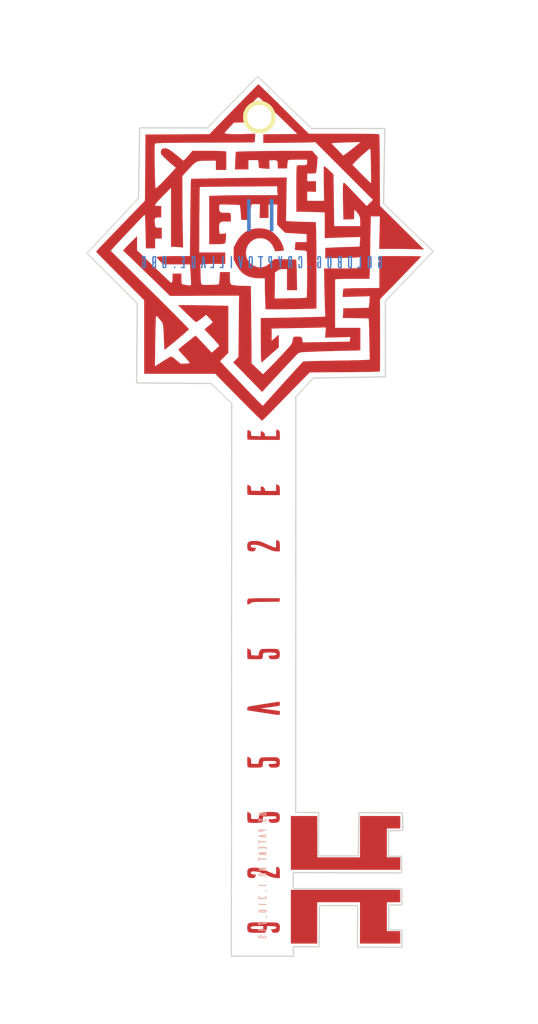
<source format=kicad_pcb>
(kicad_pcb (version 4) (host pcbnew 4.0.5)
  (layers (0 F.Cu signal) (31 B.Cu signal) (34 B.Paste user) (35 F.Paste user) (36 B.SilkS user) (37 F.SilkS user) (38 B.Mask user) (39 F.Mask user) (44 Edge.Cuts user))
  (net 0 "")
  (module lib2:Key2FCu (layer F.Cu) (at 132.36 88)
    (fp_text reference G*** hide)
    (fp_text value LOGO hide)
    (fp_poly (pts (xy -0.241074 -20.588423) (xy -0.105285 -20.463654) (xy 0.105603 -20.263803) (xy 0.384127 -19.996116) (xy 0.722823 -19.667843) (xy 1.114227 -19.28623) (xy 1.550876 -18.858527) (xy 2.025307 -18.39198) (xy 2.530056 -17.893837) (xy 2.837589 -17.589501) (xy 5.914529 -14.541501) (xy 10.224267 -14.541501) (xy 11.1068 -14.54103) (xy 11.869789 -14.53953) (xy 12.520685 -14.536863) (xy 13.066939 -14.532895) (xy 13.516004 -14.527489) (xy 13.875332 -14.520511) (xy 14.152374 -14.511824) (xy 14.354582 -14.501292) (xy 14.489408 -14.488781) (xy 14.564304 -14.474154) (xy 14.585377 -14.462125) (xy 14.594251 -14.386732) (xy 14.603102 -14.194863) (xy 14.61177 -13.897039) (xy 14.620094 -13.503785) (xy 14.627913 -13.025624) (xy 14.635069 -12.47308) (xy 14.641399 -11.856674) (xy 14.646745 -11.186931) (xy 14.650945 -10.474373) (xy 14.652841 -10.033) (xy 14.668932 -5.68325) (xy 20.09775 -0.30983) (xy 19.119278 -0.345415) (xy 18.780541 -0.355222) (xy 18.345094 -0.363994) (xy 17.843228 -0.37134) (xy 17.305232 -0.37687) (xy 16.761395 -0.380193) (xy 16.362765 -0.381001) (xy 14.584723 -0.381001) (xy 14.671807 -4.381501) (xy 14.108883 -4.3815) (xy 13.54596 -4.3815) (xy 13.504097 -2.524125) (xy 13.492725 -1.977658) (xy 13.482518 -1.406822) (xy 13.473917 -0.842818) (xy 13.467361 -0.31685) (xy 13.463292 0.139882) (xy 13.462117 0.450334) (xy 13.459385 0.900664) (xy 13.451948 1.388211) (xy 13.440811 1.865144) (xy 13.426979 2.283632) (xy 13.420405 2.434709) (xy 13.378811 3.302) (xy 11.459843 3.302) (xy 10.968995 3.303288) (xy 10.511261 3.306935) (xy 10.104309 3.312607) (xy 9.765809 3.319973) (xy 9.513431 3.328704) (xy 9.364843 3.338467) (xy 9.342437 3.341687) (xy 9.144 3.381375) (xy 9.144 9.3345) (xy 12.2555 9.3345) (xy 12.2555 12.108669) (xy 10.207625 12.151224) (xy 9.600826 12.165072) (xy 8.937793 12.18234) (xy 8.255419 12.201925) (xy 7.590602 12.222721) (xy 6.980234 12.243626) (xy 6.477 12.262883) (xy 5.970519 12.284057) (xy 5.574905 12.302261) (xy 5.274116 12.319402) (xy 5.052112 12.337387) (xy 4.892852 12.358123) (xy 4.780296 12.383518) (xy 4.698404 12.415479) (xy 4.631134 12.455913) (xy 4.58783 12.487509) (xy 4.504188 12.564533) (xy 4.344016 12.725363) (xy 4.116615 12.960199) (xy 3.831285 13.25924) (xy 3.497325 13.612685) (xy 3.124035 14.010733) (xy 2.720715 14.443583) (xy 2.296664 14.901434) (xy 2.272485 14.927623) (xy 0.163559 17.212215) (xy -0.255762 16.781732) (xy -0.409375 16.624424) (xy -0.636301 16.392569) (xy -0.920829 16.102193) (xy -1.247247 15.769325) (xy -1.599843 15.40999) (xy -1.962905 15.040216) (xy -2.032871 14.968984) (xy -3.390659 13.586718) (xy -2.745877 12.92225) (xy -2.668259 5.36575) (xy -6.926054 5.383361) (xy -11.183848 5.400972) (xy -13.259549 3.3777) (xy -13.720855 2.928686) (xy -14.183859 2.479206) (xy -14.634365 2.042961) (xy -15.058175 1.633651) (xy -15.441093 1.264977) (xy -15.768924 0.95064) (xy -16.02747 0.704339) (xy -16.129 0.60847) (xy -16.390309 0.361342) (xy -16.617315 0.143702) (xy -16.794563 -0.029394) (xy -16.906599 -0.142886) (xy -16.938846 -0.180532) (xy -16.901062 -0.236639) (xy -16.786283 -0.367245) (xy -16.6081 -0.557835) (xy -16.380101 -0.793892) (xy -16.115876 -1.0609) (xy -16.097471 -1.07928) (xy -15.24 -1.934986) (xy -15.24 -0.199645) (xy -13.215667 1.750737) (xy -12.790875 2.159028) (xy -12.391411 2.541086) (xy -12.027122 2.88763) (xy -11.707855 3.189379) (xy -11.443456 3.437053) (xy -11.24377 3.62137) (xy -11.118645 3.73305) (xy -11.080855 3.762947) (xy -10.984119 3.788641) (xy -10.91828 3.730339) (xy -10.878859 3.575821) (xy -10.861373 3.312866) (xy -10.859473 3.159125) (xy -10.8585 2.667) (xy -9.779 2.667) (xy -9.778028 3.254375) (xy -9.771976 3.52257) (xy -9.756586 3.747126) (xy -9.734627 3.894388) (xy -9.722663 3.927585) (xy -9.639147 3.97182) (xy -9.461943 4.01945) (xy -9.224011 4.064452) (xy -8.958313 4.100804) (xy -8.697811 4.122484) (xy -8.643706 4.124711) (xy -8.616603 4.115744) (xy -8.596976 4.078435) (xy -8.585032 4.000117) (xy -8.580972 3.86812) (xy -8.585002 3.669775) (xy -8.597325 3.392413) (xy -8.618145 3.023366) (xy -8.647667 2.549965) (xy -8.676128 2.111375) (xy -8.714603 1.523999) (xy -12.053749 1.523999) (xy -12.440375 1.102066) (xy -12.611534 0.910624) (xy -12.743877 0.753743) (xy -12.817902 0.654963) (xy -12.827001 0.635393) (xy -12.765379 0.606766) (xy -12.587998 0.580759) (xy -12.306079 0.557906) (xy -11.930843 0.538739) (xy -11.473515 0.523793) (xy -10.945316 0.513601) (xy -10.357469 0.508695) (xy -10.153313 0.508328) (xy -8.717876 0.508) (xy -8.674658 -3.984625) (xy -8.666976 -4.735666) (xy -8.658739 -5.454676) (xy -8.650127 -6.130752) (xy -8.641319 -6.752992) (xy -8.632496 -7.310492) (xy -8.623838 -7.792349) (xy -8.615525 -8.187661) (xy -8.607738 -8.485525) (xy -8.600655 -8.675036) (xy -8.596153 -8.737836) (xy -8.560866 -8.998422) (xy -6.423558 -9.03911) (xy -5.940334 -9.047754) (xy -5.351457 -9.057372) (xy -4.678269 -9.067663) (xy -3.942112 -9.078328) (xy -3.164328 -9.089068) (xy -2.366256 -9.099585) (xy -1.56924 -9.109577) (xy -0.79462 -9.118746) (xy -0.546505 -9.121552) (xy 3.19324 -9.163306) (xy 3.146583 -6.495748) (xy 3.099925 -3.82819) (xy 3.290043 -3.790167) (xy 3.403994 -3.778158) (xy 3.625565 -3.764187) (xy 3.935405 -3.749119) (xy 4.314164 -3.73382) (xy 4.742495 -3.719157) (xy 5.127591 -3.707933) (xy 6.775021 -3.663722) (xy 6.81651 -2.4249) (xy 6.823952 -2.136547) (xy 6.830967 -1.736563) (xy 6.837433 -1.240316) (xy 6.843231 -0.663175) (xy 6.84824 -0.020508) (xy 6.852342 0.672317) (xy 6.855416 1.399931) (xy 6.857342 2.146965) (xy 6.858 2.889258) (xy 6.858 6.964594) (xy 5.133183 7.006547) (xy 4.574405 7.018671) (xy 3.963434 7.029421) (xy 3.340258 7.038262) (xy 2.744863 7.044658) (xy 2.217239 7.048075) (xy 1.999874 7.0485) (xy 0.591383 7.0485) (xy 0.549903 6.048375) (xy 0.534231 5.60359) (xy 0.521236 5.107477) (xy 0.512168 4.617058) (xy 0.508272 4.189355) (xy 0.508211 4.143375) (xy 0.508 3.2385) (xy -0.111125 3.237561) (xy -0.778073 3.198245) (xy -1.353605 3.077816) (xy -1.849425 2.869291) (xy -2.277238 2.565691) (xy -2.648745 2.160033) (xy -2.975651 1.645336) (xy -3.062696 1.476877) (xy -3.33375 0.929407) (xy -3.33375 -0.549325) (xy -3.064921 -1.091846) (xy -2.743429 -1.629448) (xy -2.356598 -2.086696) (xy -1.920573 -2.44626) (xy -1.661086 -2.59841) (xy -1.19946 -2.774539) (xy -0.679371 -2.877816) (xy -0.135794 -2.907735) (xy 0.396298 -2.863788) (xy 0.881928 -2.745468) (xy 1.135723 -2.638938) (xy 1.443405 -2.441598) (xy 1.771104 -2.161389) (xy 2.085175 -1.830545) (xy 2.351971 -1.481303) (xy 2.365719 -1.4605) (xy 2.502167 -1.226108) (xy 2.62811 -0.964103) (xy 2.733415 -0.702356) (xy 2.807948 -0.468736) (xy 2.841576 -0.291114) (xy 2.824772 -0.197932) (xy 2.735011 -0.166805) (xy 2.554002 -0.139164) (xy 2.317486 -0.120137) (xy 2.266275 -0.117802) (xy 1.770301 -0.098134) (xy 1.624336 -0.457271) (xy 1.392682 -0.903861) (xy 1.097328 -1.249426) (xy 0.750795 -1.495482) (xy 0.546105 -1.597872) (xy 0.362642 -1.65483) (xy 0.146302 -1.678787) (xy -0.0635 -1.682581) (xy -0.358435 -1.671978) (xy -0.581552 -1.633147) (xy -0.786841 -1.555225) (xy -0.849425 -1.524439) (xy -1.24182 -1.256886) (xy -1.541608 -0.907412) (xy -1.741761 -0.487931) (xy -1.835253 -0.010358) (xy -1.8415 0.157593) (xy -1.782103 0.608361) (xy -1.607023 1.011949) (xy -1.320932 1.361731) (xy -0.928497 1.651077) (xy -0.709767 1.763795) (xy -0.473096 1.857738) (xy -0.264048 1.896601) (xy -0.011403 1.892567) (xy 0.02625 1.889697) (xy 0.306561 1.852139) (xy 0.545897 1.778342) (xy 0.776697 1.651577) (xy 1.031395 1.45512) (xy 1.251009 1.258129) (xy 1.661413 0.876332) (xy 2.984454 0.898541) (xy 3.382331 0.907253) (xy 3.736642 0.918881) (xy 4.027911 0.932469) (xy 4.236662 0.94706) (xy 4.343418 0.961698) (xy 4.352431 0.965725) (xy 4.364991 1.038388) (xy 4.378477 1.221751) (xy 4.392216 1.499523) (xy 4.405535 1.855413) (xy 4.417762 2.273131) (xy 4.428224 2.736387) (xy 4.430439 2.85485) (xy 4.463511 4.699) (xy 3.2385 4.699) (xy 3.2385 2.0955) (xy 2.800933 2.0955) (xy 2.550818 2.102433) (xy 2.373876 2.133402) (xy 2.216586 2.203655) (xy 2.054808 2.308096) (xy 1.74625 2.520692) (xy 1.712286 5.730692) (xy 3.654199 5.704154) (xy 4.216807 5.695586) (xy 4.665028 5.686435) (xy 5.011473 5.675951) (xy 5.268755 5.663386) (xy 5.449487 5.647987) (xy 5.566281 5.629006) (xy 5.631749 5.605692) (xy 5.654584 5.585183) (xy 5.668454 5.500985) (xy 5.680464 5.305942) (xy 5.690608 5.016194) (xy 5.698881 4.647881) (xy 5.705279 4.217146) (xy 5.709796 3.740128) (xy 5.712427 3.232969) (xy 5.713168 2.711809) (xy 5.712014 2.19279) (xy 5.708959 1.692051) (xy 5.703998 1.225734) (xy 5.697127 0.80998) (xy 5.68834 0.460929) (xy 5.677633 0.194722) (xy 5.665 0.027501) (xy 5.656317 -0.019079) (xy 5.623171 -0.088064) (xy 5.570054 -0.134239) (xy 5.472403 -0.163801) (xy 5.305651 -0.182943) (xy 5.045234 -0.197862) (xy 4.925896 -0.2033) (xy 4.646837 -0.218505) (xy 4.417859 -0.236244) (xy 4.26681 -0.254036) (xy 4.221273 -0.26606) (xy 4.2106 -0.34096) (xy 4.213255 -0.507459) (xy 4.228578 -0.730925) (xy 4.230562 -0.752723) (xy 4.272737 -1.2065) (xy 5.6515 -1.2065) (xy 5.6515 -2.205301) (xy 4.841875 -2.247533) (xy 4.471774 -2.267783) (xy 4.089025 -2.290309) (xy 3.742658 -2.312143) (xy 3.514579 -2.327861) (xy 2.996908 -2.365959) (xy 2.504555 -2.861217) (xy 2.012202 -3.356474) (xy 2.026527 -4.599237) (xy 2.040852 -5.842001) (xy 1.496676 -5.842001) (xy 0.9525 -5.842) (xy 0.9525 -4.191) (xy -0.14145 -4.191) (xy -0.09525 -5.87375) (xy -0.577531 -5.892119) (xy -0.84423 -5.895907) (xy -1.012948 -5.879806) (xy -1.111713 -5.839764) (xy -1.142929 -5.810337) (xy -1.186077 -5.69141) (xy -1.222349 -5.448527) (xy -1.251387 -5.084563) (xy -1.263899 -4.839468) (xy -1.30175 -3.96875) (xy -1.857375 -3.950403) (xy -2.125377 -3.944086) (xy -2.290834 -3.949512) (xy -2.377975 -3.970819) (xy -2.411029 -4.012148) (xy -2.414945 -4.045653) (xy -2.422899 -4.248075) (xy -2.439462 -4.510062) (xy -2.462077 -4.803626) (xy -2.488188 -5.100779) (xy -2.515237 -5.373534) (xy -2.540667 -5.593902) (xy -2.561921 -5.733896) (xy -2.572365 -5.768616) (xy -2.645977 -5.782608) (xy -2.826335 -5.796879) (xy -3.093193 -5.810415) (xy -3.426304 -5.822207) (xy -3.805421 -5.831242) (xy -3.83806 -5.831832) (xy -5.062204 -5.853414) (xy -5.101985 -5.704832) (xy -5.140653 -5.436476) (xy -5.122678 -5.176861) (xy -5.05213 -4.978356) (xy -5.04465 -4.96713) (xy -4.979548 -4.894495) (xy -4.889145 -4.851836) (xy -4.741223 -4.831362) (xy -4.503562 -4.825286) (xy -4.457275 -4.825133) (xy -4.133177 -4.822751) (xy -3.915081 -4.806524) (xy -3.782 -4.760783) (xy -3.712948 -4.669863) (xy -3.686939 -4.518096) (xy -3.682988 -4.289814) (xy -3.683 -4.247094) (xy -3.683 -3.7465) (xy -4.28625 -3.7465) (xy -4.578382 -3.74294) (xy -4.772694 -3.72889) (xy -4.898252 -3.699295) (xy -4.984118 -3.649101) (xy -5.0165 -3.6195) (xy -5.10622 -3.447075) (xy -5.14493 -3.163581) (xy -5.132212 -2.774438) (xy -5.102054 -2.509338) (xy -5.060607 -2.206949) (xy -4.662354 -2.247752) (xy -4.264101 -2.288554) (xy -4.294968 -1.795152) (xy -4.31612 -1.475703) (xy -4.339232 -1.260545) (xy -4.374924 -1.127266) (xy -4.433819 -1.053454) (xy -4.526539 -1.016696) (xy -4.663706 -0.994579) (xy -4.675123 -0.993017) (xy -4.865391 -0.975873) (xy -5.139827 -0.962321) (xy -5.455613 -0.954124) (xy -5.660363 -0.9525) (xy -6.35 -0.9525) (xy -6.35 -6.901242) (xy -4.910988 -6.943121) (xy -4.523811 -6.952377) (xy -4.032959 -6.960923) (xy -3.461759 -6.968529) (xy -2.833535 -6.974964) (xy -2.171613 -6.979998) (xy -1.499319 -6.983398) (xy -0.839976 -6.984935) (xy -0.680832 -6.985) (xy 2.110312 -6.985) (xy 2.072023 -7.127875) (xy 2.051531 -7.266384) (xy 2.037298 -7.480509) (xy 2.032867 -7.676624) (xy 2.032 -8.082497) (xy -2.731587 -8.051246) (xy -3.497603 -8.045892) (xy -4.226127 -8.040164) (xy -4.907276 -8.034178) (xy -5.53117 -8.02805) (xy -6.087926 -8.021898) (xy -6.567664 -8.015839) (xy -6.960501 -8.009989) (xy -7.256557 -8.004465) (xy -7.445949 -7.999385) (xy -7.518797 -7.994864) (xy -7.519237 -7.994622) (xy -7.523797 -7.928386) (xy -7.528791 -7.745931) (xy -7.534094 -7.458036) (xy -7.539582 -7.075481) (xy -7.545127 -6.609046) (xy -7.550604 -6.069511) (xy -7.555889 -5.467656) (xy -7.560854 -4.814259) (xy -7.565374 -4.120101) (xy -7.566355 -3.952875) (xy -7.589408 0.0635) (xy -4.3815 0.0635) (xy -4.3815 1.4605) (xy -5.476875 1.460951) (xy -5.87576 1.463566) (xy -6.266111 1.470496) (xy -6.615096 1.480849) (xy -6.889886 1.493735) (xy -7.006767 1.502434) (xy -7.441284 1.543465) (xy -7.419517 2.698815) (xy -7.408814 3.140181) (xy -7.394698 3.470153) (xy -7.375773 3.704322) (xy -7.350642 3.858279) (xy -7.317909 3.947615) (xy -7.306152 3.964443) (xy -7.25884 4.006277) (xy -7.184755 4.035146) (xy -7.063917 4.052679) (xy -6.876343 4.060511) (xy -6.602054 4.060271) (xy -6.221067 4.053593) (xy -6.215948 4.053485) (xy -5.871263 4.043206) (xy -5.571618 4.028696) (xy -5.339892 4.011501) (xy -5.198962 3.993169) (xy -5.167799 3.982584) (xy -5.144018 3.90258) (xy -5.117324 3.723479) (xy -5.091211 3.473027) (xy -5.071808 3.220584) (xy -5.052917 2.935194) (xy -5.036899 2.701331) (xy -5.025577 2.545058) (xy -5.020932 2.492375) (xy -4.960031 2.485548) (xy -4.799986 2.480192) (xy -4.568647 2.477036) (xy -4.41325 2.4765) (xy -3.81 2.4765) (xy -3.81 3.136215) (xy -3.804641 3.497306) (xy -3.777519 3.752165) (xy -3.712066 3.921455) (xy -3.591715 4.025837) (xy -3.399897 4.085974) (xy -3.120046 4.122526) (xy -3.011183 4.132443) (xy -2.668502 4.156521) (xy -2.273854 4.17544) (xy -1.902262 4.185751) (xy -1.836018 4.186487) (xy -1.227285 4.191) (xy -1.185206 7.667625) (xy -1.17699 8.37104) (xy -1.169301 9.076773) (xy -1.162298 9.76696) (xy -1.15614 10.423737) (xy -1.150984 11.029239) (xy -1.146989 11.565604) (xy -1.144313 12.014967) (xy -1.143114 12.359463) (xy -1.143064 12.42415) (xy -1.143 13.70405) (xy 0.277456 15.055604) (xy 0.936402 14.401677) (xy 1.20999 14.12637) (xy 1.521036 13.807009) (xy 1.855836 13.458286) (xy 2.200685 13.094888) (xy 2.541877 12.731507) (xy 2.865708 12.382832) (xy 3.158474 12.063553) (xy 3.406469 11.788359) (xy 3.595989 11.571941) (xy 3.713329 11.428988) (xy 3.726656 11.41089) (xy 3.838152 11.1983) (xy 3.912005 10.956683) (xy 3.918962 10.913224) (xy 3.9588 10.666872) (xy 4.020203 10.518446) (xy 4.131995 10.443305) (xy 4.323002 10.416809) (xy 4.502958 10.414) (xy 4.776212 10.424767) (xy 4.950164 10.469994) (xy 5.051619 10.569071) (xy 5.107376 10.741386) (xy 5.127093 10.865506) (xy 5.162769 11.131493) (xy 8.057657 11.085556) (xy 8.650626 11.075913) (xy 9.203075 11.066474) (xy 9.702369 11.05749) (xy 10.135872 11.04921) (xy 10.490949 11.04188) (xy 10.754964 11.035752) (xy 10.915282 11.031072) (xy 10.960574 11.028435) (xy 10.971441 10.964738) (xy 10.98985 10.815961) (xy 11.000073 10.723852) (xy 11.012537 10.544585) (xy 10.994253 10.46215) (xy 10.937972 10.448573) (xy 10.929147 10.450082) (xy 10.83824 10.457231) (xy 10.639864 10.466458) (xy 10.353517 10.47707) (xy 9.998701 10.488374) (xy 9.594914 10.499678) (xy 9.377046 10.505204) (xy 7.927343 10.540698) (xy 7.972105 9.909315) (xy 8.016868 9.277932) (xy 7.008809 9.306739) (xy 6.70086 9.314728) (xy 6.289285 9.324184) (xy 5.797445 9.334638) (xy 5.248698 9.345617) (xy 4.666404 9.35665) (xy 4.073923 9.367266) (xy 3.667125 9.374172) (xy 1.3335 9.412797) (xy 1.3335 10.933826) (xy 1.641601 10.675868) (xy 1.817835 10.523747) (xy 1.961833 10.391325) (xy 2.030376 10.320705) (xy 2.122446 10.239804) (xy 2.166775 10.2235) (xy 2.188243 10.282853) (xy 2.205315 10.444387) (xy 2.216247 10.683306) (xy 2.219315 10.969625) (xy 2.216131 11.71575) (xy 1.547455 12.319) (xy 1.263318 12.574039) (xy 0.972492 12.832869) (xy 0.707586 13.066599) (xy 0.501209 13.246339) (xy 0.487014 13.258542) (xy 0.09525 13.594835) (xy 0.052331 13.322042) (xy 0.042591 13.198154) (xy 0.033381 12.963016) (xy 0.024975 12.632377) (xy 0.017648 12.221987) (xy 0.011674 11.747594) (xy 0.007328 11.22495) (xy 0.004884 10.669802) (xy 0.004706 10.588625) (xy 0 8.128) (xy 0.396875 8.126654) (xy 0.73469 8.124316) (xy 1.152639 8.119497) (xy 1.637084 8.1125) (xy 2.174389 8.103631) (xy 2.750918 8.093196) (xy 3.353035 8.081499) (xy 3.967103 8.068847) (xy 4.579487 8.055545) (xy 5.17655 8.041897) (xy 5.744656 8.028209) (xy 6.270169 8.014787) (xy 6.739452 8.001935) (xy 7.13887 7.98996) (xy 7.454786 7.979166) (xy 7.673564 7.969859) (xy 7.781567 7.962343) (xy 7.788405 7.961152) (xy 7.951774 7.920149) (xy 7.913886 7.150949) (xy 7.903382 6.896728) (xy 7.891421 6.537753) (xy 7.878597 6.096251) (xy 7.865504 5.594453) (xy 7.852736 5.054586) (xy 7.840888 4.498879) (xy 7.835209 4.206875) (xy 7.79442 2.032) (xy 9.913835 2.031027) (xy 10.422047 2.029441) (xy 10.890673 2.025387) (xy 11.304345 2.019198) (xy 11.647694 2.011209) (xy 11.905354 2.001755) (xy 12.061956 1.991168) (xy 12.103021 1.983402) (xy 12.135906 1.904024) (xy 12.169397 1.726717) (xy 12.198889 1.480447) (xy 12.214839 1.280176) (xy 12.256884 0.623603) (xy 12.018067 0.658734) (xy 11.89507 0.66899) (xy 11.663216 0.680931) (xy 11.340623 0.693908) (xy 10.945413 0.707273) (xy 10.495705 0.720379) (xy 10.009619 0.732576) (xy 9.858375 0.735984) (xy 7.9375 0.778102) (xy 7.9375 -0.495472) (xy 8.651875 -0.532322) (xy 8.939584 -0.545562) (xy 9.321443 -0.560798) (xy 9.764639 -0.576847) (xy 10.236359 -0.592529) (xy 10.703794 -0.606661) (xy 10.76325 -0.608343) (xy 11.169533 -0.620143) (xy 11.529974 -0.631393) (xy 11.826336 -0.641458) (xy 12.040382 -0.649705) (xy 12.153874 -0.6555) (xy 12.167276 -0.657132) (xy 12.174331 -0.720246) (xy 12.187464 -0.88171) (xy 12.204446 -1.113144) (xy 12.214479 -1.257928) (xy 12.254655 -1.849106) (xy 11.000952 -1.812882) (xy 10.52964 -1.798851) (xy 10.022296 -1.783048) (xy 9.522784 -1.766886) (xy 9.074971 -1.751775) (xy 8.810625 -1.742392) (xy 7.874 -1.708127) (xy 7.874 -4.869511) (xy 6.778625 -4.911061) (xy 6.356334 -4.92554) (xy 5.919963 -4.937849) (xy 5.509811 -4.947024) (xy 5.166173 -4.952104) (xy 5.032375 -4.952806) (xy 4.3815 -4.953) (xy 4.382367 -7.667625) (xy 4.383426 -8.247487) (xy 4.386098 -8.791624) (xy 4.390191 -9.286109) (xy 4.395515 -9.717009) (xy 4.401879 -10.070395) (xy 4.409092 -10.332337) (xy 4.416963 -10.488904) (xy 4.421523 -10.525125) (xy 4.44739 -10.592207) (xy 4.498374 -10.634184) (xy 4.600141 -10.656908) (xy 4.778356 -10.66623) (xy 5.048249 -10.668) (xy 5.344202 -10.671649) (xy 5.535903 -10.693796) (xy 5.646088 -10.751245) (xy 5.697494 -10.860801) (xy 5.712859 -11.039267) (xy 5.714132 -11.160125) (xy 5.715 -11.3665) (xy 4.706937 -11.366501) (xy 4.346544 -11.364135) (xy 4.017582 -11.357612) (xy 3.747116 -11.347794) (xy 3.562209 -11.335542) (xy 3.508077 -11.328341) (xy 3.412594 -11.304007) (xy 3.352988 -11.259346) (xy 3.317102 -11.166381) (xy 3.292779 -10.997138) (xy 3.273526 -10.788591) (xy 3.229772 -10.287001) (xy 2.662636 -10.287001) (xy 2.0955 -10.287) (xy 2.0955 -10.729266) (xy 2.084305 -10.994947) (xy 2.036044 -11.16497) (xy 1.928702 -11.258264) (xy 1.740264 -11.293758) (xy 1.448714 -11.29038) (xy 1.443206 -11.290119) (xy 1.04775 -11.27125) (xy 1.061649 -10.749516) (xy 1.075548 -10.227781) (xy 0.553649 -10.261445) (xy 0.221774 -10.283847) (xy -0.003888 -10.306729) (xy -0.143818 -10.339424) (xy -0.218493 -10.391264) (xy -0.248393 -10.471583) (xy -0.253996 -10.589715) (xy -0.254 -10.629523) (xy -0.263569 -10.856996) (xy -0.287225 -11.068557) (xy -0.293688 -11.104563) (xy -0.333375 -11.303) (xy -1.524 -11.303) (xy -1.524 -10.16) (xy -2.350848 -10.160001) (xy -3.177696 -10.160001) (xy -3.135838 -11.223626) (xy -3.120362 -11.577924) (xy -3.103993 -11.886052) (xy -3.088111 -12.126424) (xy -3.074099 -12.277449) (xy -3.065738 -12.319) (xy -2.994755 -12.32988) (xy -2.808301 -12.341236) (xy -2.517901 -12.352865) (xy -2.135081 -12.364561) (xy -1.671369 -12.37612) (xy -1.13829 -12.387338) (xy -0.54737 -12.398009) (xy 0.089863 -12.407929) (xy 0.761885 -12.416894) (xy 1.457168 -12.424698) (xy 2.164187 -12.431136) (xy 2.871415 -12.436005) (xy 3.567325 -12.439099) (xy 3.721102 -12.43953) (xy 6.330954 -12.446) (xy 6.666662 -12.060028) (xy 7.002371 -11.674055) (xy 6.928796 -10.747235) (xy 6.898049 -10.412203) (xy 6.863371 -10.119116) (xy 6.828303 -9.892926) (xy 6.796384 -9.758586) (xy 6.785335 -9.736208) (xy 6.676119 -9.685207) (xy 6.44987 -9.657677) (xy 6.215224 -9.652001) (xy 5.715 -9.652) (xy 5.715 -8.6995) (xy 6.7945 -8.6995) (xy 6.794518 -7.39775) (xy 6.254759 -7.420142) (xy 5.715 -7.442533) (xy 5.715 -6.2865) (xy 7.801362 -6.2865) (xy 7.764236 -8.41375) (xy 7.754684 -8.99916) (xy 7.748804 -9.469466) (xy 7.746885 -9.836518) (xy 7.749219 -10.112167) (xy 7.756097 -10.308264) (xy 7.76781 -10.43666) (xy 7.784649 -10.509205) (xy 7.806904 -10.537751) (xy 7.81643 -10.539536) (xy 7.896282 -10.4975) (xy 8.044652 -10.384613) (xy 8.239268 -10.218829) (xy 8.426884 -10.047411) (xy 8.948018 -9.55675) (xy 8.990807 -6.365875) (xy 9.033595 -3.175) (xy 12.2555 -3.175) (xy 12.2555 -3.68504) (xy 12.235719 -4.077075) (xy 12.166885 -4.385542) (xy 12.034762 -4.649005) (xy 11.825112 -4.906032) (xy 11.792119 -4.940269) (xy 11.52525 -5.213288) (xy 11.46175 -4.03225) (xy 10.820606 -4.014262) (xy 10.179463 -3.996273) (xy 10.134238 -6.083794) (xy 10.121658 -6.717252) (xy 10.114316 -7.234557) (xy 10.112634 -7.646466) (xy 10.117036 -7.963734) (xy 10.127942 -8.197116) (xy 10.145774 -8.35737) (xy 10.170955 -8.45525) (xy 10.203906 -8.501513) (xy 10.229382 -8.509) (xy 10.262333 -8.500011) (xy 10.313141 -8.467219) (xy 10.390592 -8.401886) (xy 10.503472 -8.295275) (xy 10.660569 -8.138647) (xy 10.870667 -7.923265) (xy 11.142554 -7.640391) (xy 11.485015 -7.281288) (xy 11.845767 -6.901573) (xy 13.039875 -5.643396) (xy 13.810402 -6.413923) (xy 10.261861 -9.962889) (xy 9.491308 -10.733534) (xy 11.278027 -10.733534) (xy 11.843562 -10.145142) (xy 12.071789 -9.910553) (xy 12.327841 -9.652055) (xy 12.595985 -9.384992) (xy 12.860488 -9.124707) (xy 13.105617 -8.886543) (xy 13.31564 -8.685843) (xy 13.474824 -8.537951) (xy 13.567436 -8.458211) (xy 13.583108 -8.44866) (xy 13.588192 -8.508911) (xy 13.590742 -8.681401) (xy 13.590842 -8.951395) (xy 13.588573 -9.304158) (xy 13.584018 -9.724955) (xy 13.577259 -10.199052) (xy 13.571354 -10.54958) (xy 13.560683 -11.055194) (xy 13.547729 -11.520572) (xy 13.533164 -11.930408) (xy 13.517657 -12.269396) (xy 13.501877 -12.522233) (xy 13.486495 -12.673612) (xy 13.476768 -12.710632) (xy 13.414326 -12.688092) (xy 13.276172 -12.590551) (xy 13.077684 -12.431499) (xy 12.834243 -12.224429) (xy 12.561229 -11.982833) (xy 12.27402 -11.720201) (xy 11.987998 -11.450026) (xy 11.718542 -11.185799) (xy 11.592138 -11.057357) (xy 11.278027 -10.733534) (xy 9.491308 -10.733534) (xy 6.858406 -13.36675) (xy 8.683081 -13.36675) (xy 9.414047 -12.608412) (xy 10.145012 -11.850074) (xy 10.327131 -11.967742) (xy 10.445446 -12.05114) (xy 10.63775 -12.194384) (xy 10.87864 -12.378264) (xy 11.142711 -12.583567) (xy 11.176 -12.609712) (xy 11.447173 -12.824613) (xy 11.702852 -13.030199) (xy 11.915516 -13.204156) (xy 12.057645 -13.324164) (xy 12.065 -13.330638) (xy 12.28725 -13.527259) (xy 10.795 -13.485394) (xy 10.352227 -13.47171) (xy 9.934122 -13.456444) (xy 9.563407 -13.440607) (xy 9.262807 -13.425211) (xy 9.055045 -13.41127) (xy 8.992915 -13.40514) (xy 8.683081 -13.36675) (xy 6.858406 -13.36675) (xy 6.713319 -13.511854) (xy 6.357034 -13.488385) (xy 6.219314 -13.482832) (xy 5.96952 -13.476441) (xy 5.62257 -13.469457) (xy 5.193386 -13.462123) (xy 4.696888 -13.454682) (xy 4.147997 -13.447377) (xy 3.561633 -13.440453) (xy 3.159125 -13.436187) (xy 0.3175 -13.407459) (xy 0.3175 -14.476288) (xy 2.416326 -14.493019) (xy 4.515153 -14.50975) (xy 2.400451 -16.551991) (xy 1.828636 -17.103423) (xy 1.340912 -17.571857) (xy 0.930758 -17.963278) (xy 0.591651 -18.283672) (xy 0.317068 -18.539024) (xy 0.100489 -18.735322) (xy -0.064609 -18.878549) (xy -0.184749 -18.974692) (xy -0.266453 -19.029737) (xy -0.316242 -19.049669) (xy -0.32144 -19.05) (xy -0.382908 -19.006285) (xy -0.514292 -18.886368) (xy -0.699074 -18.707095) (xy -0.920734 -18.485314) (xy -1.162753 -18.237868) (xy -1.408611 -17.981605) (xy -1.641788 -17.733369) (xy -1.845766 -17.510007) (xy -1.967694 -17.371226) (xy -2.109513 -17.202144) (xy -2.176535 -17.103317) (xy -2.177759 -17.049567) (xy -2.122185 -17.015717) (xy -2.098066 -17.006522) (xy -1.997461 -16.990486) (xy -1.789302 -16.972953) (xy -1.493011 -16.955003) (xy -1.128008 -16.937717) (xy -0.713714 -16.922174) (xy -0.424234 -16.913437) (xy 1.11125 -16.871531) (xy 1.418273 -16.463331) (xy 1.55712 -16.270439) (xy 1.654975 -16.118305) (xy 1.69558 -16.032799) (xy 1.694306 -16.02414) (xy 1.626071 -16.016381) (xy 1.444654 -16.007436) (xy 1.163862 -15.997679) (xy 0.797504 -15.987485) (xy 0.359389 -15.97723) (xy -0.136677 -15.967289) (xy -0.676885 -15.958035) (xy -0.824171 -15.955768) (xy -3.311657 -15.918387) (xy -3.860919 -15.323425) (xy -4.073379 -15.090691) (xy -4.255735 -14.886074) (xy -4.389671 -14.730467) (xy -4.456872 -14.644762) (xy -4.459086 -14.641075) (xy -4.4268 -14.592836) (xy -4.279339 -14.55277) (xy -4.028303 -14.521494) (xy -3.685294 -14.499624) (xy -3.261911 -14.487777) (xy -2.769756 -14.486571) (xy -2.220428 -14.496621) (xy -1.923378 -14.506229) (xy -0.6985 -14.551451) (xy -0.6985 -14.301339) (xy -0.707898 -14.071415) (xy -0.731177 -13.816657) (xy -0.738076 -13.762489) (xy -0.777652 -13.473752) (xy -6.824338 -13.452001) (xy -7.849372 -13.448119) (xy -8.754778 -13.444203) (xy -9.54793 -13.440111) (xy -10.236202 -13.435704) (xy -10.826965 -13.430843) (xy -11.327594 -13.425386) (xy -11.745461 -13.419195) (xy -12.087939 -13.412129) (xy -12.362401 -13.404048) (xy -12.576221 -13.394812) (xy -12.736771 -13.384281) (xy -12.851424 -13.372315) (xy -12.927553 -13.358775) (xy -12.972532 -13.343519) (xy -12.985892 -13.335) (xy -13.013961 -13.305893) (xy -13.036749 -13.261875) (xy -13.05458 -13.191242) (xy -13.067778 -13.082289) (xy -13.076669 -12.923308) (xy -13.081576 -12.702594) (xy -13.082826 -12.408441) (xy -13.080741 -12.029143) (xy -13.075647 -11.552995) (xy -13.067869 -10.96829) (xy -13.062318 -10.579114) (xy -13.049626 -9.813265) (xy -13.035502 -9.173902) (xy -13.019924 -8.660519) (xy -13.002873 -8.272611) (xy -12.984329 -8.009671) (xy -12.964272 -7.871193) (xy -12.954889 -7.849489) (xy -12.900535 -7.854376) (xy -12.789789 -7.929589) (xy -12.616102 -8.080929) (xy -12.372928 -8.314202) (xy -12.053718 -8.63521) (xy -11.959053 -8.732126) (xy -11.65864 -9.04261) (xy -11.368548 -9.346144) (xy -11.107935 -9.622401) (xy -10.895958 -9.85106) (xy -10.751774 -10.011796) (xy -10.740734 -10.024622) (xy -10.449264 -10.365494) (xy -10.76387 -10.627872) (xy -11.162728 -10.966786) (xy -11.517665 -11.280702) (xy -11.817147 -11.558637) (xy -12.04964 -11.78961) (xy -12.203609 -11.962637) (xy -12.264363 -12.056559) (xy -12.297569 -12.239294) (xy -12.288038 -12.432387) (xy -12.205073 -12.624349) (xy -12.040106 -12.729057) (xy -11.785767 -12.750068) (xy -11.65907 -12.736092) (xy -11.528274 -12.705359) (xy -11.383109 -12.645459) (xy -11.210012 -12.547198) (xy -10.995419 -12.401383) (xy -10.725768 -12.198819) (xy -10.387493 -11.930312) (xy -9.983945 -11.600609) (xy -9.52214 -11.22005) (xy -9.379316 -11.354226) (xy -9.275902 -11.46047) (xy -9.116728 -11.634398) (xy -8.928215 -11.846868) (xy -8.825121 -11.965511) (xy -8.41375 -12.44262) (xy -6.76275 -12.443859) (xy -6.290387 -12.442623) (xy -5.835941 -12.438493) (xy -5.422373 -12.431903) (xy -5.072641 -12.423286) (xy -4.809702 -12.413074) (xy -4.683125 -12.404617) (xy -4.2545 -12.364136) (xy -4.2545 -10.0965) (xy -5.5245 -10.0965) (xy -5.5245 -11.2395) (xy -6.429375 -11.235715) (xy -6.894093 -11.232763) (xy -7.261246 -11.221118) (xy -7.554227 -11.190054) (xy -7.796426 -11.128848) (xy -8.011235 -11.026774) (xy -8.222044 -10.873106) (xy -8.452246 -10.65712) (xy -8.72523 -10.368091) (xy -9.014214 -10.050544) (xy -9.661148 -9.337837) (xy -9.657007 -7.097794) (xy -9.654471 -6.440861) (xy -9.649381 -5.704833) (xy -9.642161 -4.929964) (xy -9.633236 -4.156511) (xy -9.623032 -3.424729) (xy -9.611973 -2.774874) (xy -9.610613 -2.704503) (xy -9.56836 -0.551255) (xy -10.007055 -0.592676) (xy -10.286878 -0.614775) (xy -10.566674 -0.629979) (xy -10.747375 -0.634549) (xy -11.049 -0.635) (xy -11.049 -4.269184) (xy -11.049001 -7.903368) (xy -11.690282 -7.269559) (xy -11.965438 -6.992925) (xy -12.247506 -6.701374) (xy -12.50429 -6.428644) (xy -12.703594 -6.208477) (xy -12.712179 -6.198643) (xy -12.904262 -5.968576) (xy -13.003477 -5.813828) (xy -13.006497 -5.719653) (xy -12.90999 -5.671302) (xy -12.710628 -5.654029) (xy -12.588875 -5.652473) (xy -12.2555 -5.6515) (xy -12.2555 -4.2545) (xy -12.596975 -4.2545) (xy -12.832495 -4.241436) (xy -12.979932 -4.187745) (xy -13.055182 -4.071679) (xy -13.074142 -3.871491) (xy -13.058286 -3.623374) (xy -13.028969 -3.334677) (xy -12.993929 -3.149453) (xy -12.935481 -3.04474) (xy -12.835937 -2.997575) (xy -12.677613 -2.984996) (xy -12.566207 -2.9845) (xy -12.192 -2.9845) (xy -12.192 -1.651) (xy -13.0175 -1.651) (xy -13.0175 -0.4445) (xy -13.578931 -0.4445) (xy -14.140362 -0.444501) (xy -14.18467 -2.489572) (xy -14.196446 -2.986598) (xy -14.209173 -3.442131) (xy -14.222271 -3.840854) (xy -14.23516 -4.167455) (xy -14.247262 -4.406618) (xy -14.257995 -4.543029) (xy -14.263382 -4.569049) (xy -14.285115 -4.566348) (xy -14.333086 -4.532856) (xy -14.413347 -4.462374) (xy -14.531948 -4.348705) (xy -14.694939 -4.185651) (xy -14.90837 -3.967014) (xy -15.178291 -3.686597) (xy -15.510753 -3.338202) (xy -15.911805 -2.91563) (xy -16.387498 -2.412685) (xy -16.94357 -1.823501) (xy -17.300351 -1.443368) (xy -17.626881 -1.091939) (xy -17.913464 -0.779924) (xy -18.150405 -0.51803) (xy -18.328008 -0.316964) (xy -18.436578 -0.187434) (xy -18.467209 -0.140751) (xy -18.420209 -0.090829) (xy -18.288771 0.042504) (xy -18.078784 0.253388) (xy -17.79614 0.535963) (xy -17.446732 0.884369) (xy -17.03645 1.292746) (xy -16.571187 1.755234) (xy -16.056832 2.265973) (xy -15.499279 2.819103) (xy -14.904418 3.408763) (xy -14.278141 4.029095) (xy -13.634767 4.665899) (xy -12.983684 5.310937) (xy -12.358865 5.931585) (xy -11.766152 6.521951) (xy -11.211388 7.076142) (xy -10.700415 7.588268) (xy -10.239076 8.052437) (xy -9.833214 8.462757) (xy -9.488672 8.813336) (xy -9.211291 9.098283) (xy -9.006916 9.311707) (xy -8.881387 9.447715) (xy -8.840517 9.500308) (xy -8.892034 9.558514) (xy -9.026986 9.684438) (xy -9.230656 9.865705) (xy -9.48833 10.089943) (xy -9.785292 10.344775) (xy -10.106827 10.617829) (xy -10.438218 10.89673) (xy -10.764751 11.169104) (xy -11.071709 11.422577) (xy -11.344378 11.644774) (xy -11.568042 11.823321) (xy -11.727986 11.945844) (xy -11.809493 11.999969) (xy -11.814951 12.0015) (xy -11.864014 11.948511) (xy -11.8745 11.879686) (xy -11.877315 11.78303) (xy -11.885201 11.57932) (xy -11.897325 11.288362) (xy -11.912851 10.929964) (xy -11.930944 10.523935) (xy -11.940746 10.308061) (xy -11.961888 9.836538) (xy -11.980685 9.471268) (xy -12.003054 9.191773) (xy -12.034908 8.977575) (xy -12.082162 8.808196) (xy -12.150731 8.663157) (xy -12.246529 8.521981) (xy -12.375471 8.364189) (xy -12.543471 8.169303) (xy -12.566064 8.143003) (xy -12.724626 7.967735) (xy -12.825675 7.883824) (xy -12.885822 7.879501) (xy -12.9053 7.9027) (xy -12.916691 7.98345) (xy -12.928907 8.178366) (xy -12.941566 8.474619) (xy -12.954286 8.859379) (xy -12.966686 9.319819) (xy -12.978385 9.843109) (xy -12.989 10.416422) (xy -12.998097 11.022877) (xy -13.038321 14.049111) (xy -12.889736 13.969591) (xy -12.779663 13.905373) (xy -12.589284 13.789026) (xy -12.345193 13.63698) (xy -12.073989 13.46567) (xy -12.069701 13.462942) (xy -11.792027 13.288254) (xy -11.534684 13.129852) (xy -11.326641 13.005351) (xy -11.198293 12.933095) (xy -11.116989 12.893007) (xy -11.046646 12.874381) (xy -10.969729 12.886922) (xy -10.868705 12.940337) (xy -10.726037 13.04433) (xy -10.524194 13.208607) (xy -10.245638 13.442873) (xy -10.185375 13.49375) (xy -9.884462 13.74775) (xy -9.349016 13.738109) (xy -9.097028 13.727227) (xy -8.893571 13.706671) (xy -8.772272 13.680256) (xy -8.755909 13.670808) (xy -8.776605 13.605062) (xy -8.878723 13.461288) (xy -9.053265 13.250636) (xy -9.291232 12.98426) (xy -9.432239 12.832543) (xy -9.673492 12.571827) (xy -9.879125 12.341666) (xy -10.035218 12.158294) (xy -10.12785 12.037948) (xy -10.14724 11.998625) (xy -10.093851 11.944954) (xy -9.955466 11.825342) (xy -9.747058 11.652179) (xy -9.483598 11.437856) (xy -9.180056 11.194761) (xy -9.0805 11.115767) (xy -8.03275 10.286224) (xy -7.618474 10.715237) (xy -7.406348 10.936865) (xy -7.143065 11.214826) (xy -6.863573 11.512094) (xy -6.625032 11.767723) (xy -6.045866 12.391196) (xy -5.598764 12.006388) (xy -5.397915 11.830322) (xy -5.234046 11.680712) (xy -5.131254 11.579837) (xy -5.11046 11.554912) (xy -5.140046 11.491274) (xy -5.246079 11.351012) (xy -5.416369 11.14846) (xy -5.638727 10.897947) (xy -5.900964 10.613806) (xy -6.000743 10.50819) (xy -6.932228 9.528135) (xy -6.752239 9.370431) (xy -6.605845 9.244762) (xy -6.408743 9.078813) (xy -6.241959 8.940239) (xy -6.075561 8.798679) (xy -5.956701 8.689393) (xy -5.911085 8.636018) (xy -5.911084 8.636) (xy -5.950844 8.578387) (xy -6.058074 8.44987) (xy -6.213894 8.272669) (xy -6.313585 8.162374) (xy -6.716669 7.720498) (xy -7.077273 8.003624) (xy -7.384866 8.244665) (xy -7.609079 8.416699) (xy -7.76661 8.528908) (xy -7.874155 8.590478) (xy -7.948409 8.610591) (xy -8.006069 8.598432) (xy -8.063831 8.563184) (xy -8.077443 8.553773) (xy -8.165439 8.480602) (xy -8.328477 8.333338) (xy -8.550796 8.126675) (xy -8.816636 7.875313) (xy -9.110237 7.593947) (xy -9.2075 7.499952) (xy -10.19175 6.546806) (xy -9.3345 6.54375) (xy -9.06044 6.54426) (xy -8.682029 6.547128) (xy -8.221889 6.552071) (xy -7.702643 6.558804) (xy -7.146913 6.567042) (xy -6.57732 6.576502) (xy -6.238875 6.582636) (xy -4.0005 6.624578) (xy -4.0005 12.411597) (xy -5.024384 13.440827) (xy -4.468588 14.038788) (xy -4.277486 14.242916) (xy -4.023221 14.51229) (xy -3.716765 14.835456) (xy -3.369092 15.200964) (xy -2.991174 15.597358) (xy -2.593984 16.013188) (xy -2.188495 16.437) (xy -1.785679 16.857341) (xy -1.396511 17.262759) (xy -1.031961 17.641801) (xy -0.703004 17.983014) (xy -0.420612 18.274946) (xy -0.195759 18.506143) (xy -0.039416 18.665154) (xy 0.025287 18.729201) (xy 0.177077 18.85378) (xy 0.281715 18.898015) (xy 0.307806 18.887951) (xy 0.570584 18.593593) (xy 0.897092 18.22944) (xy 1.272545 17.811849) (xy 1.682162 17.357176) (xy 2.111159 16.881779) (xy 2.544754 16.402012) (xy 2.968165 15.934233) (xy 3.366607 15.494798) (xy 3.725298 15.100063) (xy 4.029456 14.766385) (xy 4.264298 14.51012) (xy 4.273432 14.5002) (xy 5.218028 13.474651) (xy 6.117389 13.437627) (xy 6.38379 13.428522) (xy 6.757261 13.418456) (xy 7.217882 13.407831) (xy 7.74573 13.397049) (xy 8.320882 13.386514) (xy 8.923419 13.376627) (xy 9.533416 13.367791) (xy 9.652 13.366219) (xy 10.243874 13.357722) (xy 10.817474 13.348028) (xy 11.355556 13.337534) (xy 11.840874 13.326636) (xy 12.256186 13.315728) (xy 12.584245 13.305209) (xy 12.807809 13.295473) (xy 12.852513 13.292723) (xy 13.417776 13.253611) (xy 13.372309 10.739643) (xy 13.361525 10.187061) (xy 13.350008 9.674857) (xy 13.338181 9.216778) (xy 13.326467 8.826568) (xy 13.315289 8.517974) (xy 13.30507 8.304743) (xy 13.296234 8.200621) (xy 13.293913 8.192712) (xy 13.223958 8.182829) (xy 13.044473 8.172332) (xy 12.772921 8.161817) (xy 12.426765 8.151881) (xy 12.023469 8.143118) (xy 11.671492 8.137354) (xy 10.081999 8.114958) (xy 10.1203 7.883354) (xy 10.142652 7.68235) (xy 10.156806 7.429069) (xy 10.159301 7.294972) (xy 10.16 6.938195) (xy 11.715011 6.909419) (xy 12.146482 6.900188) (xy 12.534605 6.8895) (xy 12.861724 6.878037) (xy 13.110178 6.86648) (xy 13.262312 6.85551) (xy 13.302465 6.848201) (xy 13.319309 6.775289) (xy 13.339812 6.60298) (xy 13.361133 6.358712) (xy 13.376962 6.12843) (xy 13.419017 5.441101) (xy 11.749159 5.486664) (xy 10.079302 5.532227) (xy 10.110186 5.050995) (xy 10.130763 4.814124) (xy 10.156888 4.628474) (xy 10.183441 4.528982) (xy 10.187521 4.523256) (xy 10.259807 4.51172) (xy 10.444187 4.499984) (xy 10.725756 4.488502) (xy 11.089611 4.477729) (xy 11.520847 4.468118) (xy 12.00456 4.460125) (xy 12.419486 4.455199) (xy 14.605 4.433649) (xy 14.605 0.508) (xy 17.17675 0.508) (xy 17.734221 0.509134) (xy 18.250056 0.512373) (xy 18.710906 0.517468) (xy 19.103422 0.524174) (xy 19.414256 0.532241) (xy 19.630057 0.541423) (xy 19.737478 0.551473) (xy 19.747113 0.555625) (xy 19.703761 0.608597) (xy 19.579475 0.744137) (xy 19.382126 0.954021) (xy 19.119583 1.230029) (xy 18.799718 1.563938) (xy 18.430403 1.947526) (xy 18.019507 2.372572) (xy 17.574903 2.830854) (xy 17.209139 3.20675) (xy 14.672551 5.81025) (xy 14.6864 10.234057) (xy 14.688041 10.972443) (xy 14.688297 11.673581) (xy 14.687247 12.32714) (xy 14.684969 12.922787) (xy 14.681541 13.45019) (xy 14.677042 13.899016) (xy 14.671551 14.258933) (xy 14.665145 14.519608) (xy 14.657903 14.67071) (xy 14.652489 14.705651) (xy 14.582473 14.714175) (xy 14.395962 14.723077) (xy 14.103461 14.732169) (xy 13.715474 14.741264) (xy 13.242505 14.750174) (xy 12.695059 14.758711) (xy 12.083639 14.766687) (xy 11.41875 14.773915) (xy 10.710896 14.780206) (xy 10.320439 14.783106) (xy 6.036149 14.812775) (xy 4.521042 16.344012) (xy 4.072732 16.798332) (xy 3.574785 17.30507) (xy 3.054861 17.835939) (xy 2.540617 18.362652) (xy 2.059714 18.856922) (xy 1.63981 19.290464) (xy 1.626742 19.304) (xy 1.2842 19.656771) (xy 0.967394 19.979072) (xy 0.687654 20.259686) (xy 0.456306 20.487399) (xy 0.284681 20.650995) (xy 0.184105 20.73926) (xy 0.164565 20.75154) (xy 0.106738 20.710695) (xy -0.032082 20.586518) (xy -0.244191 20.38657) (xy -0.521884 20.118411) (xy -0.857456 19.789603) (xy -1.243205 19.407707) (xy -1.671424 18.980285) (xy -2.13441 18.514897) (xy -2.624458 18.019106) (xy -2.763211 17.878165) (xy -5.608001 14.986) (xy -14.351 14.986) (xy -14.351 5.936737) (xy -17.303751 2.9845) (xy -17.810183 2.47729) (xy -18.289175 1.995884) (xy -18.733289 1.547865) (xy -19.135085 1.140818) (xy -19.487127 0.782327) (xy -19.781974 0.479976) (xy -20.012189 0.241348) (xy -20.170334 0.07403) (xy -20.248969 -0.014397) (xy -20.2565 -0.026101) (xy -20.252043 -0.045447) (xy -20.234823 -0.076051) (xy -20.19907 -0.124014) (xy -20.139016 -0.195436) (xy -20.048889 -0.296416) (xy -19.92292 -0.433054) (xy -19.75534 -0.611451) (xy -19.540377 -0.837705) (xy -19.272263 -1.117917) (xy -18.945227 -1.458187) (xy -18.553499 -1.864615) (xy -18.09131 -2.343299) (xy -17.552888 -2.900341) (xy -16.932466 -3.54184) (xy -16.861852 -3.614839) (xy -14.25575 -6.308927) (xy -14.224 -10.377589) (xy -14.19225 -14.44625) (xy -6.31825 -14.488602) (xy -3.33375 -17.556413) (xy -2.827207 -18.076375) (xy -2.346131 -18.568797) (xy -1.897902 -19.026216) (xy -1.489897 -19.441168) (xy -1.129495 -19.80619) (xy -0.824075 -20.113819) (xy -0.581014 -20.35659) (xy -0.407691 -20.527042) (xy -0.311485 -20.61771) (xy -0.294301 -20.630862) (xy -0.241074 -20.588423)) (layer F.Cu) (width 0.01))
  )
  (module lib2:Key2FMask (layer F.Cu) (at 132.36 88)
    (fp_text reference G*** hide)
    (fp_text value LOGO hide)
  )
  (module lib2:keyward2FCu (layer F.Cu) (at 142.8 165.21)
    (fp_text reference G*** hide)
    (fp_text value LOGO hide)
    (fp_poly (pts (xy 6.731 2.794) (xy 5.08 2.794) (xy 5.08 6.35) (xy 6.731 6.35) (xy 6.731 7.874) (xy 1.778 7.874) (xy 1.778 2.794) (xy -3.4925 2.794) (xy -3.4925 7.874) (xy -6.731 7.874) (xy -6.731 1.27) (xy 6.731 1.27) (xy 6.731 2.794)) (layer F.Cu) (width 0.01))
    (fp_poly (pts (xy -3.4925 -2.7305) (xy 1.778 -2.7305) (xy 1.778 -7.8105) (xy 6.731 -7.8105) (xy 6.731 -6.2865) (xy 5.08 -6.2865) (xy 5.08 -2.7305) (xy 6.731 -2.7305) (xy 6.731 -1.2065) (xy -6.731 -1.2065) (xy -6.731 -7.8105) (xy -3.4925 -7.8105) (xy -3.4925 -2.7305)) (layer F.Cu) (width 0.01))
  )
  (module lib2:keyward2FMask (layer F.Cu) (at 142.8 165.36)
    (fp_text reference G*** hide)
    (fp_text value LOGO hide)
  )
  (module lib2:key2codeFCu (layer F.Cu) (at 132.67 140.77)
    (fp_text reference G*** hide)
    (fp_text value LOGO hide)
    (fp_poly (pts (xy 0.536279 29.718445) (xy 0.929625 29.720537) (xy 1.227606 29.725412) (xy 1.446037 29.734206) (xy 1.600735 29.748054) (xy 1.707516 29.768093) (xy 1.782197 29.795456) (xy 1.840594 29.831281) (xy 1.864686 29.849608) (xy 1.960698 29.94105) (xy 2.011125 30.049504) (xy 2.029991 30.217553) (xy 2.032 30.357608) (xy 2.008735 30.650869) (xy 1.928194 30.841671) (xy 1.774251 30.947707) (xy 1.530785 30.986665) (xy 1.457434 30.988) (xy 1.264011 30.981612) (xy 1.155128 30.948162) (xy 1.088448 30.866221) (xy 1.049716 30.781625) (xy 0.962563 30.57525) (xy 1.238222 30.556102) (xy 1.427988 30.522491) (xy 1.56934 30.461567) (xy 1.595918 30.438105) (xy 1.635392 30.328648) (xy 1.555014 30.245108) (xy 1.359669 30.189541) (xy 1.054243 30.164) (xy 0.940363 30.1625) (xy 0.4445 30.1625) (xy 0.4445 30.407936) (xy 0.396819 30.668277) (xy 0.312891 30.820686) (xy 0.181282 30.988) (xy -0.766609 30.988) (xy -1.136841 30.986635) (xy -1.401718 30.980837) (xy -1.582871 30.968049) (xy -1.701932 30.945717) (xy -1.780532 30.911285) (xy -1.840301 30.862196) (xy -1.8415 30.861) (xy -1.919661 30.748192) (xy -1.958665 30.58563) (xy -1.9685 30.357608) (xy -1.967987 30.341513) (xy -1.577474 30.341513) (xy -1.529703 30.441378) (xy -1.468224 30.487426) (xy -1.359773 30.517743) (xy -1.181725 30.535191) (xy -0.911454 30.542634) (xy -0.722475 30.5435) (xy 0 30.5435) (xy 0 30.1625) (xy -0.686364 30.1625) (xy -1.085045 30.172883) (xy -1.363213 30.205108) (xy -1.525734 30.260781) (xy -1.577474 30.341513) (xy -1.967987 30.341513) (xy -1.961425 30.136051) (xy -1.930847 29.998558) (xy -1.862742 29.902545) (xy -1.801187 29.849608) (xy -1.74493 29.809788) (xy -1.679205 29.778918) (xy -1.588193 29.755863) (xy -1.45608 29.739487) (xy -1.267048 29.728654) (xy -1.005281 29.72223) (xy -0.654963 29.719078) (xy -0.200276 29.718062) (xy 0.031749 29.718) (xy 0.536279 29.718445)) (layer F.Cu) (width 0.01))
    (fp_poly (pts (xy 1.730375 22.895242) (xy 1.864527 22.946035) (xy 1.95181 23.016787) (xy 2.002168 23.133041) (xy 2.025549 23.320341) (xy 2.031898 23.60423) (xy 2.032 23.669875) (xy 2.032 24.273701) (xy 1.571625 24.240375) (xy 1.356534 24.217313) (xy 1.150871 24.175022) (xy 0.923942 24.103889) (xy 0.645059 23.994302) (xy 0.28575 23.837643) (xy -0.068986 23.682635) (xy -0.340213 23.575224) (xy -0.557965 23.506113) (xy -0.752276 23.466003) (xy -0.953181 23.445597) (xy -0.987135 23.443584) (xy -1.241146 23.436332) (xy -1.399649 23.451849) (xy -1.492792 23.494495) (xy -1.518785 23.520465) (xy -1.564174 23.641234) (xy -1.494669 23.739661) (xy -1.321795 23.805542) (xy -1.174723 23.825102) (xy -0.899064 23.84425) (xy -0.986217 24.050625) (xy -1.047992 24.17341) (xy -1.125712 24.234414) (xy -1.261713 24.255064) (xy -1.393935 24.257) (xy -1.633876 24.237697) (xy -1.791792 24.172203) (xy -1.8415 24.13) (xy -1.919661 24.017192) (xy -1.958665 23.85463) (xy -1.9685 23.626608) (xy -1.961425 23.405051) (xy -1.930847 23.267558) (xy -1.862742 23.171545) (xy -1.801187 23.118608) (xy -1.698222 23.053183) (xy -1.571377 23.013343) (xy -1.387993 22.993255) (xy -1.115409 22.987085) (xy -1.06441 22.987) (xy -0.848972 22.988601) (xy -0.675254 22.998288) (xy -0.516311 23.023386) (xy -0.345198 23.071219) (xy -0.134967 23.149111) (xy 0.141325 23.264387) (xy 0.454022 23.39975) (xy 0.779872 23.539109) (xy 1.069116 23.65837) (xy 1.299975 23.748901) (xy 1.45067 23.802067) (xy 1.495245 23.8125) (xy 1.544069 23.785206) (xy 1.572796 23.688662) (xy 1.585649 23.500868) (xy 1.5875 23.33197) (xy 1.58929 23.089152) (xy 1.599923 22.949213) (xy 1.627288 22.888034) (xy 1.679276 22.881499) (xy 1.730375 22.895242)) (layer F.Cu) (width 0.01))
    (fp_poly (pts (xy 1.187655 16.1361) (xy 1.470011 16.15617) (xy 1.672767 16.189113) (xy 1.706364 16.199179) (xy 1.873831 16.28428) (xy 1.974456 16.414997) (xy 2.022292 16.619439) (xy 2.032 16.850466) (xy 2.00709 17.113887) (xy 1.921293 17.293411) (xy 1.758001 17.402256) (xy 1.500608 17.453638) (xy 1.263067 17.4625) (xy 1.031479 17.459241) (xy 0.892173 17.441307) (xy 0.810453 17.396461) (xy 0.751625 17.312467) (xy 0.73188 17.275153) (xy 0.665584 17.137442) (xy 0.635204 17.055572) (xy 0.635 17.052903) (xy 0.693088 17.035563) (xy 0.845747 17.023069) (xy 1.060567 17.018011) (xy 1.071724 17.018) (xy 1.370179 17.000937) (xy 1.553296 16.947223) (xy 1.628412 16.853068) (xy 1.612845 16.738457) (xy 1.581413 16.694712) (xy 1.51303 16.666057) (xy 1.386678 16.650311) (xy 1.18134 16.645294) (xy 0.876 16.648824) (xy 0.770374 16.651033) (xy -0.03175 16.66875) (xy -0.051687 16.984637) (xy -0.076226 17.185322) (xy -0.116046 17.338324) (xy -0.138837 17.381512) (xy -0.230144 17.416683) (xy -0.41785 17.442573) (xy -0.67169 17.459099) (xy -0.961396 17.466179) (xy -1.256703 17.46373) (xy -1.527343 17.45167) (xy -1.743051 17.429915) (xy -1.873559 17.398384) (xy -1.8923 17.3863) (xy -1.920483 17.302246) (xy -1.943642 17.132548) (xy -1.960705 16.909893) (xy -1.970596 16.666967) (xy -1.972243 16.436458) (xy -1.964574 16.25105) (xy -1.946513 16.143432) (xy -1.933597 16.129) (xy -1.858532 16.155376) (xy -1.724026 16.219347) (xy -1.714669 16.224163) (xy -1.603938 16.296488) (xy -1.5451 16.393516) (xy -1.517983 16.557786) (xy -1.511447 16.652788) (xy -1.49225 16.98625) (xy -1.031875 17.004906) (xy -0.794706 17.012455) (xy -0.657229 17.005858) (xy -0.592292 16.977248) (xy -0.572743 16.918757) (xy -0.5715 16.871507) (xy -0.525447 16.577598) (xy -0.396444 16.348855) (xy -0.215697 16.217419) (xy -0.050667 16.178019) (xy 0.206538 16.149861) (xy 0.521563 16.133271) (xy 0.860054 16.128575) (xy 1.187655 16.1361)) (layer F.Cu) (width 0.01))
    (fp_poly (pts (xy -1.858532 9.360876) (xy -1.724026 9.424847) (xy -1.714669 9.429663) (xy -1.603938 9.501988) (xy -1.5451 9.599016) (xy -1.517983 9.763286) (xy -1.511447 9.858288) (xy -1.49225 10.19175) (xy -1.031875 10.210406) (xy -0.794706 10.217955) (xy -0.657229 10.211358) (xy -0.592292 10.182748) (xy -0.572743 10.124257) (xy -0.5715 10.077007) (xy -0.541027 9.854788) (xy -0.463112 9.643561) (xy -0.358012 9.492038) (xy -0.314996 9.460159) (xy -0.213084 9.438508) (xy -0.009436 9.420139) (xy 0.270702 9.406488) (xy 0.602078 9.398991) (xy 0.777601 9.398) (xy 1.153892 9.399272) (xy 1.424707 9.404755) (xy 1.61156 9.416944) (xy 1.735963 9.438338) (xy 1.819429 9.471433) (xy 1.883471 9.518727) (xy 1.893026 9.527473) (xy 1.975683 9.630669) (xy 2.018134 9.769409) (xy 2.031738 9.985211) (xy 2.031999 10.035473) (xy 2.015733 10.309796) (xy 1.953648 10.492908) (xy 1.825816 10.602111) (xy 1.612307 10.654705) (xy 1.30338 10.668) (xy 1.059734 10.665475) (xy 0.910535 10.650789) (xy 0.823239 10.613273) (xy 0.765303 10.54226) (xy 0.73188 10.480653) (xy 0.665584 10.342942) (xy 0.635204 10.261072) (xy 0.635 10.258403) (xy 0.693088 10.241063) (xy 0.845747 10.228569) (xy 1.060567 10.223511) (xy 1.071724 10.2235) (xy 1.374458 10.205045) (xy 1.564575 10.151004) (xy 1.638497 10.063357) (xy 1.592649 9.944086) (xy 1.5875 9.93775) (xy 1.520058 9.892874) (xy 1.392604 9.863823) (xy 1.183812 9.847939) (xy 0.872357 9.842565) (xy 0.822918 9.8425) (xy 0.531859 9.845935) (xy 0.281909 9.855222) (xy 0.104238 9.868832) (xy 0.036943 9.881043) (xy -0.031624 9.955149) (xy -0.061165 10.122626) (xy -0.0635 10.217593) (xy -0.078864 10.411869) (xy -0.117669 10.556993) (xy -0.139701 10.5918) (xy -0.240228 10.628684) (xy -0.457977 10.653319) (xy -0.796523 10.666002) (xy -1.053657 10.668) (xy -1.402325 10.665841) (xy -1.643982 10.657841) (xy -1.798565 10.641716) (xy -1.886012 10.615179) (xy -1.926261 10.575945) (xy -1.929957 10.567556) (xy -1.947296 10.464896) (xy -1.959407 10.282787) (xy -1.966194 10.0543) (xy -1.967559 9.812508) (xy -1.963403 9.590483) (xy -1.95363 9.421299) (xy -1.938142 9.338027) (xy -1.933597 9.3345) (xy -1.858532 9.360876)) (layer F.Cu) (width 0.01))
    (fp_poly (pts (xy 1.992604 2.56296) (xy 2.025046 2.637132) (xy 2.032 2.788511) (xy 2.033949 2.880476) (xy 2.029507 2.950623) (xy 2.003239 3.004162) (xy 1.939708 3.046304) (xy 1.823479 3.082257) (xy 1.639117 3.117232) (xy 1.371187 3.15644) (xy 1.004252 3.205089) (xy 0.66675 3.249329) (xy -0.41275 3.39175) (xy 0.809625 3.551098) (xy 2.032 3.710445) (xy 2.032 3.950722) (xy 2.024129 4.10727) (xy 1.979069 4.173319) (xy 1.864643 4.185271) (xy 1.825625 4.184212) (xy 1.70974 4.172723) (xy 1.486975 4.143737) (xy 1.175837 4.099926) (xy 0.794835 4.043959) (xy 0.362475 3.978509) (xy -0.102733 3.906245) (xy -0.127 3.902426) (xy -0.583362 3.830681) (xy -0.998621 3.765631) (xy -1.356277 3.709844) (xy -1.639834 3.665883) (xy -1.832791 3.636316) (xy -1.918651 3.623707) (xy -1.920875 3.623463) (xy -1.960522 3.56682) (xy -1.967466 3.442131) (xy -1.945664 3.302943) (xy -1.899071 3.202805) (xy -1.889125 3.193635) (xy -1.807926 3.169045) (xy -1.617625 3.129347) (xy -1.334836 3.07745) (xy -0.976172 3.016262) (xy -0.558249 2.94869) (xy -0.097679 2.877643) (xy 0 2.862987) (xy 0.46905 2.792474) (xy 0.900638 2.726689) (xy 1.277786 2.668292) (xy 1.583516 2.619943) (xy 1.800849 2.5843) (xy 1.912808 2.564023) (xy 1.920875 2.562098) (xy 1.992604 2.56296)) (layer F.Cu) (width 0.01))
    (fp_poly (pts (xy -1.762126 -3.908002) (xy -1.640016 -3.84534) (xy -1.573137 -3.761861) (xy -1.538678 -3.616801) (xy -1.524 -3.482442) (xy -1.49225 -3.14325) (xy -0.588922 -3.106288) (xy -0.553666 -3.369136) (xy -0.494636 -3.581175) (xy -0.394628 -3.761766) (xy -0.375137 -3.784492) (xy -0.316088 -3.842116) (xy -0.250492 -3.88303) (xy -0.157038 -3.910093) (xy -0.014416 -3.926161) (xy 0.198687 -3.934094) (xy 0.50358 -3.93675) (xy 0.761999 -3.937) (xy 1.13871 -3.93616) (xy 1.409659 -3.931801) (xy 1.596083 -3.921165) (xy 1.719217 -3.901496) (xy 1.800298 -3.870036) (xy 1.860562 -3.824028) (xy 1.893931 -3.790033) (xy 1.980247 -3.664857) (xy 2.022163 -3.499106) (xy 2.031999 -3.282033) (xy 2.014567 -3.013881) (xy 1.949125 -2.835099) (xy 1.815962 -2.728903) (xy 1.595363 -2.678511) (xy 1.309525 -2.667) (xy 1.039144 -2.67443) (xy 0.866042 -2.705935) (xy 0.760913 -2.775344) (xy 0.694448 -2.896485) (xy 0.670242 -2.968625) (xy 0.653911 -3.04341) (xy 0.679031 -3.086137) (xy 0.770508 -3.105767) (xy 0.953248 -3.111256) (xy 1.067445 -3.1115) (xy 1.372288 -3.12981) (xy 1.563758 -3.18353) (xy 1.638562 -3.270852) (xy 1.593403 -3.389965) (xy 1.5875 -3.39725) (xy 1.489972 -3.43963) (xy 1.298524 -3.47085) (xy 1.04578 -3.490515) (xy 0.764364 -3.498232) (xy 0.486897 -3.493604) (xy 0.246005 -3.476239) (xy 0.074309 -3.44574) (xy 0.0127 -3.416301) (xy -0.037929 -3.305649) (xy -0.062935 -3.133289) (xy -0.0635 -3.103994) (xy -0.065541 -2.935939) (xy -0.084303 -2.817647) (xy -0.138746 -2.740386) (xy -0.24783 -2.695421) (xy -0.430515 -2.67402) (xy -0.705761 -2.667448) (xy -1.012211 -2.667) (xy -1.33289 -2.669929) (xy -1.606822 -2.677961) (xy -1.809554 -2.689962) (xy -1.916632 -2.7048) (xy -1.926167 -2.709334) (xy -1.94424 -2.787241) (xy -1.958466 -2.962438) (xy -1.966952 -3.205228) (xy -1.9685 -3.373018) (xy -1.9685 -3.99437) (xy -1.762126 -3.908002)) (layer F.Cu) (width 0.01))
    (fp_poly (pts (xy 2.00025 -9.74725) (xy 0.28575 -9.730496) (xy -0.227188 -9.724991) (xy -0.627999 -9.718931) (xy -0.931557 -9.711174) (xy -1.152734 -9.700577) (xy -1.306403 -9.685999) (xy -1.407437 -9.666295) (xy -1.470708 -9.640325) (xy -1.511088 -9.606945) (xy -1.524 -9.591471) (xy -1.658072 -9.483461) (xy -1.793875 -9.426716) (xy -1.897856 -9.407691) (xy -1.949294 -9.435995) (xy -1.966681 -9.540136) (xy -1.9685 -9.695917) (xy -1.953807 -9.894049) (xy -1.916512 -10.043366) (xy -1.8923 -10.0838) (xy -1.83042 -10.107283) (xy -1.690752 -10.125975) (xy -1.464279 -10.140219) (xy -1.141986 -10.150359) (xy -0.714855 -10.156736) (xy -0.173871 -10.159694) (xy 0.111973 -10.16) (xy 2.040046 -10.16) (xy 2.00025 -9.74725)) (layer F.Cu) (width 0.01))
    (fp_poly (pts (xy 1.730375 -17.300258) (xy 1.86525 -17.249064) (xy 1.952712 -17.177626) (xy 2.002894 -17.060204) (xy 2.025925 -16.871059) (xy 2.031939 -16.584453) (xy 2.032 -16.533975) (xy 2.032 -15.9385) (xy 1.644529 -15.9385) (xy 1.476533 -15.944841) (xy 1.313344 -15.969116) (xy 1.129047 -16.019209) (xy 0.897731 -16.103003) (xy 0.593483 -16.22838) (xy 0.358654 -16.329673) (xy -0.017773 -16.48991) (xy -0.308006 -16.603012) (xy -0.539917 -16.677685) (xy -0.741375 -16.722639) (xy -0.940252 -16.746582) (xy -0.986163 -16.749877) (xy -1.237406 -16.759891) (xy -1.39396 -16.746898) (xy -1.486747 -16.706613) (xy -1.517814 -16.676205) (xy -1.563977 -16.554734) (xy -1.495026 -16.455991) (xy -1.322209 -16.390003) (xy -1.174723 -16.370398) (xy -0.899064 -16.35125) (xy -0.986217 -16.144875) (xy -1.047992 -16.02209) (xy -1.125712 -15.961086) (xy -1.261713 -15.940436) (xy -1.393935 -15.9385) (xy -1.633876 -15.957803) (xy -1.791792 -16.023297) (xy -1.8415 -16.0655) (xy -1.919661 -16.178308) (xy -1.958665 -16.34087) (xy -1.9685 -16.568892) (xy -1.961425 -16.790449) (xy -1.930847 -16.927942) (xy -1.862742 -17.023955) (xy -1.801187 -17.076892) (xy -1.698222 -17.142317) (xy -1.571377 -17.182157) (xy -1.387993 -17.202245) (xy -1.115409 -17.208415) (xy -1.06441 -17.2085) (xy -0.848972 -17.206899) (xy -0.675254 -17.197212) (xy -0.516311 -17.172114) (xy -0.345198 -17.124281) (xy -0.134967 -17.046389) (xy 0.141325 -16.931113) (xy 0.454022 -16.79575) (xy 0.779872 -16.656391) (xy 1.069116 -16.53713) (xy 1.299975 -16.446599) (xy 1.45067 -16.393433) (xy 1.495245 -16.383) (xy 1.544069 -16.410294) (xy 1.572796 -16.506838) (xy 1.585649 -16.694632) (xy 1.5875 -16.86353) (xy 1.58929 -17.106348) (xy 1.599923 -17.246287) (xy 1.627288 -17.307466) (xy 1.679276 -17.314001) (xy 1.730375 -17.300258)) (layer F.Cu) (width 0.01))
    (fp_poly (pts (xy 1.760832 -24.124456) (xy 1.883999 -24.067382) (xy 1.962726 -23.991168) (xy 2.006891 -23.868742) (xy 2.02637 -23.673034) (xy 2.031027 -23.383875) (xy 2.032 -22.86) (xy 0.074083 -22.86) (xy -0.412423 -22.861325) (xy -0.857576 -22.865074) (xy -1.245621 -22.870916) (xy -1.560804 -22.878517) (xy -1.78737 -22.887544) (xy -1.909565 -22.897662) (xy -1.926167 -22.902334) (xy -1.944131 -22.977827) (xy -1.957209 -23.141447) (xy -1.9652 -23.359926) (xy -1.967904 -23.599994) (xy -1.965118 -23.82838) (xy -1.956642 -24.011815) (xy -1.942274 -24.117029) (xy -1.933597 -24.13) (xy -1.858518 -24.103626) (xy -1.724068 -24.039677) (xy -1.715011 -24.035015) (xy -1.591483 -23.947916) (xy -1.531831 -23.823605) (xy -1.51179 -23.66989) (xy -1.49225 -23.39975) (xy -0.904875 -23.381493) (xy -0.3175 -23.363235) (xy -0.3175 -23.651368) (xy -0.304197 -23.844287) (xy -0.251808 -23.926544) (xy -0.141614 -23.912833) (xy -0.043451 -23.866494) (xy 0.118984 -23.747373) (xy 0.18413 -23.592631) (xy 0.189527 -23.510875) (xy 0.195233 -23.448474) (xy 0.226079 -23.407532) (xy 0.304185 -23.383533) (xy 0.45167 -23.371957) (xy 0.690651 -23.368287) (xy 0.889 -23.368) (xy 1.5875 -23.368) (xy 1.5875 -23.779179) (xy 1.587499 -24.190357) (xy 1.760832 -24.124456)) (layer F.Cu) (width 0.01))
    (fp_poly (pts (xy 1.834009 -30.863818) (xy 1.89087 -30.82565) (xy 1.960525 -30.764392) (xy 2.002695 -30.68042) (xy 2.024103 -30.543484) (xy 2.031472 -30.323334) (xy 2.032 -30.19065) (xy 2.032 -29.6545) (xy 0.074083 -29.6545) (xy -0.412423 -29.655825) (xy -0.857576 -29.659574) (xy -1.245621 -29.665416) (xy -1.560804 -29.673017) (xy -1.78737 -29.682044) (xy -1.909565 -29.692162) (xy -1.926167 -29.696834) (xy -1.949199 -29.778508) (xy -1.963068 -29.945184) (xy -1.968307 -30.162714) (xy -1.96545 -30.396949) (xy -1.955029 -30.61374) (xy -1.937579 -30.77894) (xy -1.913632 -30.858401) (xy -1.907988 -30.861) (xy -1.809351 -30.836652) (xy -1.688859 -30.78873) (xy -1.585606 -30.718245) (xy -1.532746 -30.601798) (xy -1.511247 -30.423605) (xy -1.49225 -30.13075) (xy -0.904875 -30.112493) (xy -0.3175 -30.094235) (xy -0.3175 -30.414118) (xy -0.308992 -30.595991) (xy -0.287222 -30.711758) (xy -0.269875 -30.733763) (xy -0.189199 -30.703276) (xy -0.050143 -30.628205) (xy -0.015875 -30.607696) (xy 0.13232 -30.488502) (xy 0.187455 -30.349245) (xy 0.1905 -30.290434) (xy 0.1905 -30.099) (xy 1.5875 -30.099) (xy 1.5875 -30.51175) (xy 1.596951 -30.758134) (xy 1.633245 -30.890724) (xy 1.708294 -30.921843) (xy 1.834009 -30.863818)) (layer F.Cu) (width 0.01))
  )
  (module lib2:key2codeFMask (layer F.Cu) (at 132.66 140.76)
    (fp_text reference G*** hide)
    (fp_text value LOGO hide)
  )
  (module lib2:key2numberBCu (layer B.Cu) (at 132.27 83.48)
    (fp_text reference G*** hide)
    (fp_text value LOGO hide)
    (fp_poly (pts (xy -1.381125 -1.956649) (xy -1.17475 -1.93675) (xy -1.157958 0.015875) (xy -1.141165 1.9685) (xy -1.5875 1.9685) (xy -1.5875 -1.976546) (xy -1.381125 -1.956649)) (layer B.Cu) (width 0.01))
    (fp_poly (pts (xy 1.651 1.9685) (xy 1.2065 1.9685) (xy 1.2065 -1.9685) (xy 1.651 -1.9685) (xy 1.651 1.9685)) (layer B.Cu) (width 0.01))
  )
  (module lib2:key2numberBMask (layer F.Cu) (at 132.27 83.48)
    (fp_text reference G*** hide)
    (fp_text value LOGO hide)
  )
  (module lib5:hole (layer F.Cu) (at 132.6 72.6)
    (fp_text reference hole_l hide)
    (fp_text value hole)
    (pad 1 thru_hole circle (at -0.42 -1.2) (size 4 4) (drill 3) (layers *.Cu *.Mask F.SilkS))
  )
  (module lib:goldbug.cpv (layer B.Cu) (at 132.5 89.25)
    (fp_text reference G*** hide)
    (fp_text value LOGO hide)
  )
  (module lib:goldbug.cpvBcu (layer B.Cu) (at 132.5 89.25)
    (fp_text reference G*** hide)
    (fp_text value LOGO hide)
    (fp_poly (pts (xy -14.474963 -0.752122) (xy -14.434083 -0.747075) (xy -14.402227 -0.737179) (xy -14.375525 -0.721218) (xy -14.35011 -0.697976) (xy -14.349332 -0.697159) (xy -14.340221 -0.687635) (xy -14.332311 -0.678784) (xy -14.325517 -0.669403) (xy -14.319755 -0.65829) (xy -14.31494 -0.64424) (xy -14.310986 -0.62605) (xy -14.30781 -0.602518) (xy -14.305325 -0.572439) (xy -14.303448 -0.53461) (xy -14.302094 -0.487828) (xy -14.301178 -0.43089) (xy -14.300615 -0.362592) (xy -14.30032 -0.281732) (xy -14.300208 -0.187104) (xy -14.300195 -0.077508) (xy -14.3002 0) (xy -14.300194 0.11964) (xy -14.300232 0.223551) (xy -14.3004 0.312938) (xy -14.300782 0.389005) (xy -14.301464 0.452958) (xy -14.302529 0.506001) (xy -14.304063 0.549337) (xy -14.306151 0.584173) (xy -14.308877 0.611712) (xy -14.312327 0.63316) (xy -14.316585 0.64972) (xy -14.321736 0.662597) (xy -14.327865 0.672997) (xy -14.335057 0.682123) (xy -14.343396 0.69118) (xy -14.349332 0.697451) (xy -14.375214 0.720792) (xy -14.404038 0.736931) (xy -14.439382 0.746951) (xy -14.484823 0.751933) (xy -14.533033 0.753016) (xy -14.587869 0.751633) (xy -14.627753 0.747554) (xy -14.654481 0.740589) (xy -14.6558 0.740035) (xy -14.699724 0.712454) (xy -14.736097 0.672674) (xy -14.749709 0.650154) (xy -14.753884 0.641096) (xy -14.757274 0.630617) (xy -14.75996 0.616961) (xy -14.762023 0.598371) (xy -14.763544 0.573089) (xy -14.764605 0.539359) (xy -14.765286 0.495423) (xy -14.765669 0.439526) (xy -14.765835 0.369909) (xy -14.765866 0.300519) (xy -14.765866 -0.017703) (xy -14.745085 -0.038485) (xy -14.73592 -0.04686) (xy -14.726001 -0.052618) (xy -14.712154 -0.056249) (xy -14.691204 -0.058242) (xy -14.659977 -0.059084) (xy -14.615298 -0.059266) (xy -14.610149 -0.059267) (xy -14.495995 -0.059267) (xy -14.521576 -0.002849) (xy -14.541238 0.03879) (xy -14.556924 0.0672) (xy -14.570526 0.085036) (xy -14.583939 0.094953) (xy -14.593829 0.098507) (xy -14.614448 0.103682) (xy -14.61184 0.335296) (xy -14.609233 0.56691) (xy -14.586181 0.589948) (xy -14.557072 0.609194) (xy -14.525795 0.61357) (xy -14.496319 0.603086) (xy -14.481136 0.589654) (xy -14.461066 0.566322) (xy -14.461066 -0.566323) (xy -14.480116 -0.58797) (xy -14.50169 -0.604954) (xy -14.525606 -0.614685) (xy -14.545762 -0.615603) (xy -14.563987 -0.607635) (xy -14.58064 -0.594219) (xy -14.609233 -0.568686) (xy -14.611934 -0.382505) (xy -14.614634 -0.196325) (xy -14.6712 -0.221447) (xy -14.70171 -0.235227) (xy -14.724841 -0.247558) (xy -14.741614 -0.260947) (xy -14.753052 -0.277899) (xy -14.760175 -0.30092) (xy -14.764004 -0.332517) (xy -14.765561 -0.375196) (xy -14.765866 -0.431463) (xy -14.765866 -0.453776) (xy -14.765529 -0.517715) (xy -14.764119 -0.567371) (xy -14.761043 -0.605388) (xy -14.755706 -0.63441) (xy -14.747513 -0.657079) (xy -14.73587 -0.676041) (xy -14.720181 -0.693938) (xy -14.709492 -0.704401) (xy -14.684083 -0.724986) (xy -14.656208 -0.73919) (xy -14.622185 -0.748012) (xy -14.578332 -0.752454) (xy -14.528734 -0.753533) (xy -14.474963 -0.752122)) (layer B.Cu) (width 0.01))
    (fp_poly (pts (xy -11.976091 -0.753679) (xy -11.929929 -0.750626) (xy -11.891227 -0.745115) (xy -11.865961 -0.737743) (xy -11.828464 -0.713555) (xy -11.795812 -0.679503) (xy -11.773061 -0.641246) (xy -11.768625 -0.628791) (xy -11.766645 -0.614933) (xy -11.764983 -0.587785) (xy -11.763636 -0.546892) (xy -11.762597 -0.491801) (xy -11.761862 -0.422061) (xy -11.761427 -0.337218) (xy -11.761287 -0.236818) (xy -11.761437 -0.12041) (xy -11.761872 0.01246) (xy -11.761893 0.017556) (xy -11.764433 0.632013) (xy -11.787789 0.667301) (xy -11.810254 0.6946) (xy -11.837942 0.719843) (xy -11.846396 0.725944) (xy -11.861511 0.735383) (xy -11.875769 0.741943) (xy -11.892707 0.746223) (xy -11.915861 0.748823) (xy -11.948768 0.750343) (xy -11.994964 0.751381) (xy -11.996607 0.751411) (xy -12.048267 0.751853) (xy -12.086173 0.75083) (xy -12.113462 0.748104) (xy -12.133269 0.743434) (xy -12.1412 0.740361) (xy -12.185756 0.711949) (xy -12.222324 0.671474) (xy -12.235109 0.650154) (xy -12.238173 0.643608) (xy -12.240824 0.635926) (xy -12.243091 0.625906) (xy -12.245005 0.612346) (xy -12.246595 0.594044) (xy -12.247891 0.569797) (xy -12.248923 0.538403) (xy -12.249722 0.498661) (xy -12.250315 0.449368) (xy -12.250735 0.389322) (xy -12.25101 0.31732) (xy -12.25117 0.232162) (xy -12.251246 0.132644) (xy -12.251266 0.017564) (xy -12.251266 0) (xy -12.251266 -0.000742) (xy -12.0904 -0.000742) (xy -12.090368 0.111835) (xy -12.090252 0.208696) (xy -12.090025 0.291056) (xy -12.089657 0.360131) (xy -12.089121 0.417139) (xy -12.088388 0.463296) (xy -12.08743 0.499818) (xy -12.086219 0.527921) (xy -12.084725 0.548821) (xy -12.082921 0.563736) (xy -12.080779 0.573881) (xy -12.07827 0.580473) (xy -12.076794 0.582924) (xy -12.050747 0.606584) (xy -12.017452 0.6167) (xy -11.980764 0.612514) (xy -11.96323 0.605279) (xy -11.943014 0.591296) (xy -11.929784 0.576202) (xy -11.9278 0.563829) (xy -11.926067 0.534708) (xy -11.924585 0.489027) (xy -11.92336 0.426968) (xy -11.922393 0.348718) (xy -11.921687 0.254462) (xy -11.921245 0.144383) (xy -11.92107 0.018668) (xy -11.921066 -0.001793) (xy -11.921051 -0.115644) (xy -11.921072 -0.213771) (xy -11.921228 -0.297385) (xy -11.921621 -0.367693) (xy -11.922351 -0.425907) (xy -11.923517 -0.473235) (xy -11.92522 -0.510887) (xy -11.92756 -0.540072) (xy -11.930637 -0.562001) (xy -11.934551 -0.577882) (xy -11.939403 -0.588925) (xy -11.945292 -0.59634) (xy -11.95232 -0.601336) (xy -11.960585 -0.605123) (xy -11.970189 -0.60891) (xy -11.971388 -0.609402) (xy -12.005945 -0.616097) (xy -12.040237 -0.610018) (xy -12.068189 -0.592504) (xy -12.0731 -0.586977) (xy -12.076518 -0.582294) (xy -12.079454 -0.576753) (xy -12.081944 -0.569109) (xy -12.084024 -0.558117) (xy -12.085732 -0.542531) (xy -12.087104 -0.521108) (xy -12.088177 -0.492601) (xy -12.088988 -0.455766) (xy -12.089573 -0.409359) (xy -12.089969 -0.352133) (xy -12.090213 -0.282845) (xy -12.090342 -0.200248) (xy -12.090392 -0.103099) (xy -12.0904 -0.000742) (xy -12.251266 -0.000742) (xy -12.251251 -0.117373) (xy -12.251185 -0.219014) (xy -12.251039 -0.306127) (xy -12.250782 -0.379912) (xy -12.250384 -0.441573) (xy -12.249817 -0.492311) (xy -12.24905 -0.533328) (xy -12.248052 -0.565827) (xy -12.246795 -0.59101) (xy -12.245248 -0.610079) (xy -12.243382 -0.624235) (xy -12.241166 -0.634682) (xy -12.238571 -0.642621) (xy -12.235567 -0.649254) (xy -12.235109 -0.650154) (xy -12.203425 -0.69506) (xy -12.161509 -0.729148) (xy -12.139355 -0.740384) (xy -12.111346 -0.747627) (xy -12.071599 -0.752227) (xy -12.024914 -0.754228) (xy -11.976091 -0.753679)) (layer B.Cu) (width 0.01))
    (fp_poly (pts (xy -8.27065 -0.722701) (xy -8.240395 -0.694545) (xy -8.215395 -0.66021) (xy -8.212667 -0.655203) (xy -8.1915 -0.614303) (xy -8.189161 -0.017982) (xy -8.188692 0.102901) (xy -8.188359 0.208055) (xy -8.188252 0.298687) (xy -8.188464 0.376003) (xy -8.189087 0.441207) (xy -8.19021 0.495506) (xy -8.191927 0.540104) (xy -8.194328 0.576208) (xy -8.197505 0.605022) (xy -8.20155 0.627754) (xy -8.206554 0.645607) (xy -8.212607 0.659787) (xy -8.219803 0.6715) (xy -8.228232 0.681952) (xy -8.237986 0.692348) (xy -8.243491 0.698007) (xy -8.267475 0.719352) (xy -8.292553 0.736681) (xy -8.302687 0.741847) (xy -8.324169 0.74691) (xy -8.35775 0.750495) (xy -8.398685 0.752556) (xy -8.442233 0.753048) (xy -8.48365 0.751927) (xy -8.518192 0.749148) (xy -8.541118 0.744666) (xy -8.542613 0.744113) (xy -8.586611 0.717947) (xy -8.623017 0.67914) (xy -8.641556 0.647189) (xy -8.662 0.602534) (xy -8.659583 0.287812) (xy -8.657166 -0.026911) (xy -8.637179 -0.043089) (xy -8.626999 -0.049765) (xy -8.613771 -0.054334) (xy -8.594334 -0.057179) (xy -8.565529 -0.058683) (xy -8.524198 -0.05923) (xy -8.503829 -0.059267) (xy -8.462231 -0.059037) (xy -8.427495 -0.058406) (xy -8.402716 -0.057464) (xy -8.390994 -0.056301) (xy -8.390466 -0.055984) (xy -8.393746 -0.047272) (xy -8.402419 -0.02723) (xy -8.414735 0.000121) (xy -8.417154 0.005399) (xy -8.440736 0.051586) (xy -8.462208 0.083207) (xy -8.480979 0.099472) (xy -8.489309 0.1016) (xy -8.493075 0.109628) (xy -8.496159 0.131983) (xy -8.498568 0.166073) (xy -8.500309 0.209307) (xy -8.501387 0.259092) (xy -8.501809 0.312837) (xy -8.50158 0.367949) (xy -8.500707 0.421837) (xy -8.499196 0.471907) (xy -8.497053 0.51557) (xy -8.494285 0.550232) (xy -8.490897 0.573301) (xy -8.48817 0.581149) (xy -8.463279 0.603814) (xy -8.432011 0.614037) (xy -8.40003 0.610032) (xy -8.398534 0.609434) (xy -8.388772 0.605415) (xy -8.380359 0.601222) (xy -8.373195 0.595644) (xy -8.367179 0.58747) (xy -8.36221 0.575488) (xy -8.35819 0.558488) (xy -8.355017 0.535258) (xy -8.352592 0.504587) (xy -8.350814 0.465263) (xy -8.349584 0.416076) (xy -8.3488 0.355814) (xy -8.348363 0.283265) (xy -8.348173 0.197219) (xy -8.34813 0.096464) (xy -8.348133 0) (xy -8.348131 -0.11399) (xy -8.348192 -0.212258) (xy -8.348415 -0.296015) (xy -8.348902 -0.366472) (xy -8.349752 -0.424841) (xy -8.351065 -0.472334) (xy -8.352942 -0.51016) (xy -8.355482 -0.539532) (xy -8.358787 -0.561661) (xy -8.362955 -0.577758) (xy -8.368088 -0.589034) (xy -8.374285 -0.596701) (xy -8.381647 -0.60197) (xy -8.390273 -0.606052) (xy -8.398534 -0.609435) (xy -8.42251 -0.615821) (xy -8.445214 -0.611398) (xy -8.449452 -0.609716) (xy -8.463952 -0.603243) (xy -8.475127 -0.595902) (xy -8.483468 -0.585522) (xy -8.489468 -0.569932) (xy -8.49362 -0.546962) (xy -8.496415 -0.514442) (xy -8.498346 -0.4702) (xy -8.499904 -0.412066) (xy -8.500533 -0.38446) (xy -8.504766 -0.195741) (xy -8.572588 -0.227634) (xy -8.611348 -0.24748) (xy -8.636242 -0.264418) (xy -8.6497 -0.280151) (xy -8.650904 -0.282562) (xy -8.655519 -0.301826) (xy -8.658789 -0.336662) (xy -8.660741 -0.387504) (xy -8.6614 -0.454789) (xy -8.6614 -0.45608) (xy -8.661311 -0.510164) (xy -8.660804 -0.550369) (xy -8.659516 -0.57975) (xy -8.657085 -0.60136) (xy -8.653149 -0.618255) (xy -8.647346 -0.633488) (xy -8.639314 -0.650115) (xy -8.638116 -0.65248) (xy -8.606995 -0.698265) (xy -8.57812 -0.723848) (xy -8.563026 -0.73397) (xy -8.549683 -0.740975) (xy -8.534626 -0.745435) (xy -8.514387 -0.747925) (xy -8.485502 -0.74902) (xy -8.444505 -0.749293) (xy -8.424437 -0.7493) (xy -8.307466 -0.7493) (xy -8.27065 -0.722701)) (layer B.Cu) (width 0.01))
    (fp_poly (pts (xy -1.370304 -0.752205) (xy -1.362939 -0.752041) (xy -1.316095 -0.750806) (xy -1.282691 -0.749238) (xy -1.259233 -0.746698) (xy -1.242231 -0.742543) (xy -1.228192 -0.736133) (xy -1.213624 -0.726828) (xy -1.209309 -0.723848) (xy -1.171838 -0.687999) (xy -1.14935 -0.65248) (xy -1.126067 -0.606564) (xy -1.126067 0.607666) (xy -1.149717 0.652938) (xy -1.177502 0.693855) (xy -1.209676 0.723755) (xy -1.224556 0.733832) (xy -1.237966 0.740898) (xy -1.253314 0.745564) (xy -1.274005 0.748435) (xy -1.303446 0.750122) (xy -1.345043 0.75123) (xy -1.365942 0.75165) (xy -1.413606 0.752441) (xy -1.447817 0.752349) (xy -1.472049 0.750943) (xy -1.489776 0.747789) (xy -1.504473 0.742455) (xy -1.519614 0.734511) (xy -1.524 0.731995) (xy -1.565192 0.702708) (xy -1.59338 0.668236) (xy -1.61249 0.623754) (xy -1.61276 0.62288) (xy -1.61532 0.612565) (xy -1.617526 0.598667) (xy -1.619402 0.579969) (xy -1.620974 0.555251) (xy -1.622266 0.523296) (xy -1.623304 0.482885) (xy -1.624113 0.432798) (xy -1.624718 0.371819) (xy -1.625144 0.298727) (xy -1.625416 0.212305) (xy -1.62556 0.111334) (xy -1.6256 0) (xy -1.625587 -0.119188) (xy -1.625485 -0.222661) (xy -1.625205 -0.311637) (xy -1.624652 -0.387334) (xy -1.623736 -0.450972) (xy -1.622365 -0.503767) (xy -1.620447 -0.546939) (xy -1.61885 -0.568656) (xy -1.4605 -0.568656) (xy -1.4605 -0.001584) (xy -1.460488 0.110242) (xy -1.46043 0.206369) (xy -1.460289 0.288032) (xy -1.46003 0.356466) (xy -1.459618 0.412906) (xy -1.459015 0.458585) (xy -1.458188 0.49474) (xy -1.457099 0.522604) (xy -1.455714 0.543413) (xy -1.453997 0.5584) (xy -1.451912 0.568801) (xy -1.449423 0.575851) (xy -1.446495 0.580784) (xy -1.443567 0.58431) (xy -1.411723 0.60869) (xy -1.375682 0.617255) (xy -1.337966 0.609521) (xy -1.330494 0.606001) (xy -1.309935 0.589803) (xy -1.297048 0.571736) (xy -1.294861 0.562202) (xy -1.292977 0.5433) (xy -1.29138 0.514153) (xy -1.290055 0.473883) (xy -1.288987 0.42161) (xy -1.288159 0.356458) (xy -1.287557 0.277546) (xy -1.287164 0.183997) (xy -1.286966 0.074933) (xy -1.286933 0) (xy -1.28702 -0.119013) (xy -1.287292 -0.221972) (xy -1.287764 -0.309755) (xy -1.288452 -0.383241) (xy -1.289371 -0.443308) (xy -1.290537 -0.490834) (xy -1.291965 -0.526698) (xy -1.293671 -0.551778) (xy -1.29567 -0.566953) (xy -1.297048 -0.571737) (xy -1.317506 -0.598402) (xy -1.346651 -0.613571) (xy -1.380131 -0.616552) (xy -1.413595 -0.606651) (xy -1.43285 -0.593361) (xy -1.4605 -0.568656) (xy -1.61885 -0.568656) (xy -1.61789 -0.581705) (xy -1.614603 -0.609284) (xy -1.610492 -0.630895) (xy -1.605468 -0.647755) (xy -1.599437 -0.661082) (xy -1.592307 -0.672096) (xy -1.583988 -0.682014) (xy -1.574387 -0.692054) (xy -1.573346 -0.693119) (xy -1.548731 -0.716322) (xy -1.525065 -0.732883) (xy -1.498869 -0.743778) (xy -1.466662 -0.74998) (xy -1.424967 -0.752464) (xy -1.370304 -0.752205)) (layer B.Cu) (width 0.01))
    (fp_poly (pts (xy 4.779995 -0.752626) (xy 4.818375 -0.749159) (xy 4.847828 -0.742014) (xy 4.872326 -0.730072) (xy 4.895843 -0.712215) (xy 4.905092 -0.703884) (xy 4.925445 -0.680729) (xy 4.943521 -0.653501) (xy 4.945309 -0.650154) (xy 4.948373 -0.643608) (xy 4.951024 -0.635927) (xy 4.953292 -0.625907) (xy 4.955205 -0.612347) (xy 4.956795 -0.594044) (xy 4.958092 -0.569797) (xy 4.959124 -0.538404) (xy 4.959922 -0.498661) (xy 4.960516 -0.449368) (xy 4.960935 -0.389322) (xy 4.96121 -0.317321) (xy 4.96137 -0.232162) (xy 4.961446 -0.132644) (xy 4.961467 -0.017564) (xy 4.961467 0) (xy 4.961451 0.117372) (xy 4.961385 0.219014) (xy 4.961239 0.306126) (xy 4.960982 0.379912) (xy 4.960585 0.441572) (xy 4.960017 0.49231) (xy 4.95925 0.533328) (xy 4.958253 0.565827) (xy 4.956995 0.59101) (xy 4.955449 0.610078) (xy 4.953582 0.624235) (xy 4.951367 0.634681) (xy 4.948772 0.64262) (xy 4.945768 0.649254) (xy 4.945309 0.650154) (xy 4.913888 0.694325) (xy 4.871185 0.730026) (xy 4.853937 0.739867) (xy 4.828221 0.747576) (xy 4.790695 0.752386) (xy 4.746228 0.754342) (xy 4.699684 0.753491) (xy 4.655932 0.749877) (xy 4.619837 0.743549) (xy 4.601634 0.737482) (xy 4.573927 0.721286) (xy 4.548806 0.701343) (xy 4.544933 0.697451) (xy 4.530415 0.680938) (xy 4.519064 0.664492) (xy 4.510494 0.645824) (xy 4.504318 0.62265) (xy 4.50015 0.592682) (xy 4.497604 0.553634) (xy 4.496294 0.50322) (xy 4.495833 0.439153) (xy 4.4958 0.406558) (xy 4.4958 0.202973) (xy 4.523317 0.214606) (xy 4.575062 0.237678) (xy 4.611003 0.256506) (xy 4.631655 0.271377) (xy 4.636648 0.277901) (xy 4.639195 0.290893) (xy 4.641888 0.317601) (xy 4.644487 0.354811) (xy 4.646754 0.39931) (xy 4.6479 0.429513) (xy 4.649672 0.48066) (xy 4.651411 0.517723) (xy 4.653605 0.543541) (xy 4.656743 0.560954) (xy 4.661313 0.572804) (xy 4.667804 0.581929) (xy 4.675486 0.589956) (xy 4.705279 0.609412) (xy 4.737541 0.612989) (xy 4.768863 0.600687) (xy 4.781781 0.589934) (xy 4.804834 0.566882) (xy 4.804834 -0.566882) (xy 4.781781 -0.589934) (xy 4.751999 -0.609403) (xy 4.71974 -0.612993) (xy 4.688411 -0.600704) (xy 4.675486 -0.589955) (xy 4.652434 -0.566923) (xy 4.6482 -0.385718) (xy 4.643967 -0.204513) (xy 4.583841 -0.232379) (xy 4.55489 -0.246095) (xy 4.533103 -0.258486) (xy 4.517461 -0.272129) (xy 4.506947 -0.289601) (xy 4.500542 -0.313477) (xy 4.497228 -0.346335) (xy 4.495987 -0.39075) (xy 4.4958 -0.449299) (xy 4.4958 -0.455123) (xy 4.496222 -0.518599) (xy 4.497854 -0.567858) (xy 4.501245 -0.605603) (xy 4.506943 -0.634537) (xy 4.515497 -0.657362) (xy 4.527456 -0.676783) (xy 4.543368 -0.695501) (xy 4.544933 -0.697159) (xy 4.569621 -0.720107) (xy 4.595263 -0.736061) (xy 4.625613 -0.746174) (xy 4.664426 -0.751596) (xy 4.715455 -0.75348) (xy 4.728717 -0.753533) (xy 4.779995 -0.752626)) (layer B.Cu) (width 0.01))
    (fp_poly (pts (xy 7.105042 -0.752385) (xy 7.145164 -0.748115) (xy 7.176298 -0.739492) (xy 7.202361 -0.725283) (xy 7.227273 -0.704252) (xy 7.235832 -0.695685) (xy 7.245882 -0.685209) (xy 7.254599 -0.675099) (xy 7.26208 -0.664135) (xy 7.268417 -0.651095) (xy 7.273707 -0.63476) (xy 7.278044 -0.613908) (xy 7.281522 -0.587318) (xy 7.284236 -0.55377) (xy 7.28628 -0.512043) (xy 7.287751 -0.460916) (xy 7.288741 -0.399168) (xy 7.289347 -0.325579) (xy 7.289662 -0.238928) (xy 7.289782 -0.137993) (xy 7.2898 -0.021555) (xy 7.2898 0) (xy 7.289789 0.119212) (xy 7.289694 0.222711) (xy 7.289419 0.311719) (xy 7.28887 0.387455) (xy 7.287952 0.451141) (xy 7.28657 0.503998) (xy 7.28463 0.547247) (xy 7.282037 0.582107) (xy 7.278697 0.6098) (xy 7.274514 0.631547) (xy 7.269394 0.648569) (xy 7.263242 0.662085) (xy 7.255964 0.673318) (xy 7.247464 0.683487) (xy 7.237649 0.693814) (xy 7.235832 0.695685) (xy 7.210532 0.719151) (xy 7.18538 0.735432) (xy 7.156474 0.745751) (xy 7.119911 0.751334) (xy 7.071788 0.753405) (xy 7.051454 0.753526) (xy 7.006543 0.753023) (xy 6.974295 0.751137) (xy 6.950462 0.747291) (xy 6.930792 0.740912) (xy 6.919193 0.735614) (xy 6.87743 0.706772) (xy 6.844376 0.667782) (xy 6.825331 0.627191) (xy 6.82225 0.607687) (xy 6.819762 0.571668) (xy 6.817864 0.519047) (xy 6.816553 0.449738) (xy 6.815828 0.363657) (xy 6.815667 0.288616) (xy 6.815667 -0.017703) (xy 6.836449 -0.038485) (xy 6.845591 -0.046843) (xy 6.855483 -0.052596) (xy 6.869289 -0.056229) (xy 6.890173 -0.058229) (xy 6.921299 -0.059079) (xy 6.965833 -0.059266) (xy 6.971915 -0.059267) (xy 7.013739 -0.058827) (xy 7.048691 -0.05762) (xy 7.0737 -0.055817) (xy 7.085699 -0.053588) (xy 7.08631 -0.052917) (xy 7.081512 -0.037552) (xy 7.069677 -0.013124) (xy 7.053351 0.016156) (xy 7.035077 0.046076) (xy 7.0174 0.072424) (xy 7.002865 0.090988) (xy 6.995584 0.097258) (xy 6.976534 0.105615) (xy 6.976534 0.332764) (xy 6.976864 0.404746) (xy 6.977823 0.466072) (xy 6.97936 0.515334) (xy 6.981424 0.551122) (xy 6.983965 0.572025) (xy 6.985251 0.576202) (xy 7.000928 0.59315) (xy 7.025211 0.608415) (xy 7.050042 0.617318) (xy 7.057393 0.618067) (xy 7.071341 0.612409) (xy 7.090677 0.598079) (xy 7.100147 0.58928) (xy 7.128934 0.560493) (xy 7.128934 -0.560494) (xy 7.099124 -0.590303) (xy 7.079148 -0.608351) (xy 7.063505 -0.615827) (xy 7.045959 -0.615388) (xy 7.042003 -0.614651) (xy 7.016989 -0.605437) (xy 6.99773 -0.592245) (xy 6.992186 -0.585631) (xy 6.987903 -0.576774) (xy 6.984651 -0.563424) (xy 6.982198 -0.543332) (xy 6.980313 -0.514245) (xy 6.978767 -0.473914) (xy 6.977327 -0.420089) (xy 6.976534 -0.385522) (xy 6.9723 -0.195741) (xy 6.904479 -0.227634) (xy 6.865719 -0.24748) (xy 6.840824 -0.264418) (xy 6.827367 -0.280151) (xy 6.826162 -0.282562) (xy 6.822167 -0.300208) (xy 6.819101 -0.331209) (xy 6.816973 -0.37201) (xy 6.815793 -0.41906) (xy 6.815569 -0.468803) (xy 6.816309 -0.517686) (xy 6.818022 -0.562155) (xy 6.820716 -0.598658) (xy 6.8244 -0.623639) (xy 6.825331 -0.627191) (xy 6.846591 -0.671149) (xy 6.88044 -0.709435) (xy 6.91993 -0.73584) (xy 6.939624 -0.74399) (xy 6.961134 -0.749251) (xy 6.988749 -0.752197) (xy 7.026759 -0.753403) (xy 7.05201 -0.753533) (xy 7.105042 -0.752385)) (layer B.Cu) (width 0.01))
    (fp_poly (pts (xy 8.526052 -0.745933) (xy 8.535375 -0.74189) (xy 8.543083 -0.73397) (xy 8.549335 -0.721085) (xy 8.554289 -0.702149) (xy 8.558103 -0.676073) (xy 8.560937 -0.641772) (xy 8.56295 -0.598158) (xy 8.564299 -0.544143) (xy 8.565144 -0.478642) (xy 8.565643 -0.400567) (xy 8.565955 -0.30883) (xy 8.566239 -0.202345) (xy 8.566653 -0.080025) (xy 8.566657 -0.079001) (xy 8.567116 0.060442) (xy 8.56728 0.183288) (xy 8.567147 0.289869) (xy 8.566714 0.380518) (xy 8.565977 0.455569) (xy 8.564934 0.515355) (xy 8.56358 0.560208) (xy 8.561913 0.590462) (xy 8.560066 0.605846) (xy 8.541233 0.654817) (xy 8.508659 0.697211) (xy 8.465312 0.729202) (xy 8.463731 0.730037) (xy 8.442252 0.739315) (xy 8.417596 0.745296) (xy 8.385068 0.748781) (xy 8.3439 0.750477) (xy 8.303165 0.750637) (xy 8.264662 0.74932) (xy 8.234257 0.746785) (xy 8.223897 0.745137) (xy 8.172085 0.728522) (xy 8.131737 0.701594) (xy 8.099281 0.661667) (xy 8.088774 0.643467) (xy 8.0859 0.637416) (xy 8.083389 0.629996) (xy 8.081211 0.620069) (xy 8.079337 0.606497) (xy 8.077738 0.588142) (xy 8.076385 0.563866) (xy 8.075249 0.532532) (xy 8.0743 0.493002) (xy 8.073509 0.444138) (xy 8.072848 0.384803) (xy 8.072287 0.313858) (xy 8.071797 0.230165) (xy 8.071348 0.132587) (xy 8.070912 0.019987) (xy 8.070609 -0.065617) (xy 8.06825 -0.745067) (xy 8.229294 -0.745067) (xy 8.233834 0.566887) (xy 8.256604 0.589654) (xy 8.286269 0.60833) (xy 8.321102 0.613917) (xy 8.355527 0.606415) (xy 8.380397 0.589654) (xy 8.403167 0.566887) (xy 8.405436 -0.08909) (xy 8.407706 -0.745067) (xy 8.469435 -0.745067) (xy 8.486805 -0.745664) (xy 8.501926 -0.746733) (xy 8.514955 -0.747184) (xy 8.526052 -0.745933)) (layer B.Cu) (width 0.01))
    (fp_poly (pts (xy 13.43788 -0.721953) (xy 13.477129 -0.685443) (xy 13.497146 -0.654219) (xy 13.517033 -0.613833) (xy 13.519692 -0.0254) (xy 13.520172 0.106745) (xy 13.520337 0.222414) (xy 13.520184 0.32206) (xy 13.519708 0.406137) (xy 13.518904 0.475099) (xy 13.517766 0.529399) (xy 13.51629 0.569492) (xy 13.514472 0.595832) (xy 13.512982 0.60638) (xy 13.495376 0.652076) (xy 13.465043 0.694324) (xy 13.426094 0.727883) (xy 13.410628 0.736892) (xy 13.393924 0.744079) (xy 13.374739 0.748902) (xy 13.349395 0.751794) (xy 13.314212 0.75319) (xy 13.269721 0.753526) (xy 13.222652 0.753159) (xy 13.188674 0.751744) (xy 13.163954 0.748804) (xy 13.144658 0.743863) (xy 13.126954 0.736443) (xy 13.125058 0.735514) (xy 13.097769 0.718304) (xy 13.07375 0.697161) (xy 13.06817 0.690615) (xy 13.059481 0.679323) (xy 13.051949 0.668998) (xy 13.04549 0.658408) (xy 13.040022 0.646322) (xy 13.035464 0.631508) (xy 13.031731 0.612736) (xy 13.028743 0.588772) (xy 13.026417 0.558386) (xy 13.024669 0.520347) (xy 13.023419 0.473423) (xy 13.022582 0.416382) (xy 13.022077 0.347994) (xy 13.021822 0.267026) (xy 13.021734 0.172247) (xy 13.02173 0.062425) (xy 13.021731 0.030332) (xy 13.18158 0.030332) (xy 13.181779 0.116367) (xy 13.18226 0.200037) (xy 13.183023 0.279589) (xy 13.184069 0.353274) (xy 13.185399 0.419339) (xy 13.187013 0.476035) (xy 13.188912 0.521611) (xy 13.191097 0.554315) (xy 13.193568 0.572397) (xy 13.194415 0.574801) (xy 13.217098 0.599987) (xy 13.247851 0.61344) (xy 13.282108 0.614702) (xy 13.315302 0.603312) (xy 13.334175 0.588876) (xy 13.356167 0.566888) (xy 13.360751 -0.557084) (xy 13.338899 -0.583054) (xy 13.310923 -0.605404) (xy 13.278075 -0.615398) (xy 13.244753 -0.613284) (xy 13.215353 -0.599308) (xy 13.194901 -0.574961) (xy 13.192327 -0.561564) (xy 13.190027 -0.533024) (xy 13.188001 -0.491092) (xy 13.186252 -0.437519) (xy 13.184778 -0.374055) (xy 13.183581 -0.302453) (xy 13.182663 -0.224462) (xy 13.182022 -0.141834) (xy 13.181661 -0.056319) (xy 13.18158 0.030332) (xy 13.021731 0.030332) (xy 13.021733 -0.002995) (xy 13.021733 -0.607667) (xy 13.045384 -0.652939) (xy 13.073307 -0.694017) (xy 13.10538 -0.723756) (xy 13.141726 -0.7493) (xy 13.3985 -0.7493) (xy 13.43788 -0.721953)) (layer B.Cu) (width 0.01))
    (fp_poly (pts (xy 14.607107 -0.751236) (xy 14.641614 -0.745604) (xy 14.658337 -0.739867) (xy 14.703813 -0.708537) (xy 14.739946 -0.666833) (xy 14.749709 -0.650154) (xy 14.752773 -0.643608) (xy 14.755424 -0.635927) (xy 14.757692 -0.625907) (xy 14.759605 -0.612347) (xy 14.761195 -0.594044) (xy 14.762492 -0.569797) (xy 14.763524 -0.538404) (xy 14.764322 -0.498661) (xy 14.764916 -0.449368) (xy 14.765335 -0.389322) (xy 14.76561 -0.317321) (xy 14.76577 -0.232162) (xy 14.765846 -0.132644) (xy 14.765867 -0.017564) (xy 14.765867 0) (xy 14.765851 0.117372) (xy 14.765785 0.219014) (xy 14.765639 0.306126) (xy 14.765382 0.379912) (xy 14.764985 0.441572) (xy 14.764417 0.49231) (xy 14.76365 0.533328) (xy 14.762653 0.565827) (xy 14.761395 0.59101) (xy 14.759849 0.610078) (xy 14.757982 0.624235) (xy 14.755767 0.634681) (xy 14.753172 0.64262) (xy 14.750168 0.649254) (xy 14.749709 0.650154) (xy 14.732602 0.677045) (xy 14.71205 0.701424) (xy 14.709492 0.703883) (xy 14.684971 0.724456) (xy 14.660888 0.738545) (xy 14.633188 0.747305) (xy 14.59782 0.751894) (xy 14.55073 0.753468) (xy 14.535571 0.753526) (xy 14.490678 0.753013) (xy 14.458443 0.751096) (xy 14.434608 0.7472) (xy 14.414917 0.740749) (xy 14.403931 0.735715) (xy 14.359735 0.704988) (xy 14.324879 0.662955) (xy 14.311617 0.637388) (xy 14.308479 0.626174) (xy 14.30593 0.607999) (xy 14.303919 0.581383) (xy 14.302397 0.544842) (xy 14.301315 0.496896) (xy 14.300623 0.436061) (xy 14.300271 0.360856) (xy 14.3002 0.29622) (xy 14.3002 -0.017703) (xy 14.320982 -0.038485) (xy 14.330124 -0.046843) (xy 14.340016 -0.052596) (xy 14.353822 -0.056229) (xy 14.374706 -0.058229) (xy 14.405833 -0.059079) (xy 14.450366 -0.059266) (xy 14.456449 -0.059267) (xy 14.498273 -0.058827) (xy 14.533224 -0.05762) (xy 14.558234 -0.055817) (xy 14.570233 -0.053588) (xy 14.570843 -0.052917) (xy 14.566045 -0.037552) (xy 14.554211 -0.013124) (xy 14.537884 0.016156) (xy 14.51961 0.046076) (xy 14.501934 0.072424) (xy 14.487399 0.090988) (xy 14.480117 0.097258) (xy 14.461067 0.105615) (xy 14.461067 0.335969) (xy 14.461095 0.404341) (xy 14.461287 0.457845) (xy 14.461808 0.498544) (xy 14.46282 0.528504) (xy 14.464486 0.549787) (xy 14.46697 0.56446) (xy 14.470436 0.574585) (xy 14.475046 0.582229) (xy 14.480964 0.589454) (xy 14.481136 0.589654) (xy 14.507625 0.609057) (xy 14.538293 0.613606) (xy 14.569175 0.603288) (xy 14.586181 0.589934) (xy 14.609233 0.566882) (xy 14.609233 -0.568656) (xy 14.58064 -0.594204) (xy 14.559451 -0.6105) (xy 14.54169 -0.616016) (xy 14.525636 -0.614471) (xy 14.500793 -0.605135) (xy 14.482263 -0.592245) (xy 14.476729 -0.585645) (xy 14.472452 -0.576808) (xy 14.469202 -0.56349) (xy 14.46675 -0.543445) (xy 14.464866 -0.514427) (xy 14.46332 -0.474192) (xy 14.461885 -0.420494) (xy 14.461067 -0.384788) (xy 14.456833 -0.194273) (xy 14.387605 -0.227765) (xy 14.355644 -0.244567) (xy 14.329234 -0.260925) (xy 14.312476 -0.274196) (xy 14.309289 -0.278238) (xy 14.305526 -0.29407) (xy 14.302725 -0.323423) (xy 14.300864 -0.362911) (xy 14.299922 -0.409151) (xy 14.299876 -0.458758) (xy 14.300705 -0.508347) (xy 14.302386 -0.554534) (xy 14.304897 -0.593936) (xy 14.308217 -0.623166) (xy 14.311617 -0.637389) (xy 14.336178 -0.679186) (xy 14.370335 -0.714934) (xy 14.405683 -0.737619) (xy 14.433653 -0.745769) (xy 14.47263 -0.751249) (xy 14.517765 -0.754014) (xy 14.564208 -0.754024) (xy 14.607107 -0.751236)) (layer B.Cu) (width 0.01))
    (fp_poly (pts (xy -13.0302 0.745067) (xy -13.191066 0.745067) (xy -13.191066 0.110066) (xy -13.244624 0.110066) (xy -13.27569 0.110992) (xy -13.295567 0.114886) (xy -13.309949 0.123429) (xy -13.318707 0.131905) (xy -13.339233 0.153744) (xy -13.341662 0.449405) (xy -13.344092 0.745067) (xy -13.505268 0.745067) (xy -13.502684 0.42545) (xy -13.501987 0.343282) (xy -13.501288 0.276263) (xy -13.50048 0.222611) (xy -13.499459 0.180543) (xy -13.498119 0.148274) (xy -13.496354 0.124022) (xy -13.494058 0.106003) (xy -13.491127 0.092434) (xy -13.487455 0.081532) (xy -13.482936 0.071514) (xy -13.481585 0.068784) (xy -13.463069 0.031734) (xy -13.481585 0.006695) (xy -13.486519 -0.000402) (xy -13.490488 -0.008152) (xy -13.493597 -0.018359) (xy -13.495952 -0.03283) (xy -13.497656 -0.053369) (xy -13.498815 -0.081782) (xy -13.499534 -0.119875) (xy -13.499918 -0.169451) (xy -13.500072 -0.232318) (xy -13.500099 -0.307936) (xy -13.343764 -0.307936) (xy -13.343168 -0.25217) (xy -13.341966 -0.199878) (xy -13.340165 -0.153955) (xy -13.337774 -0.1173) (xy -13.334804 -0.092808) (xy -13.332591 -0.084834) (xy -13.312616 -0.061048) (xy -13.280996 -0.047137) (xy -13.236267 -0.042461) (xy -13.235516 -0.042458) (xy -13.191066 -0.042333) (xy -13.191066 -0.592667) (xy -13.237235 -0.592667) (xy -13.28155 -0.58914) (xy -13.31227 -0.578038) (xy -13.331313 -0.558582) (xy -13.334066 -0.553235) (xy -13.337308 -0.537467) (xy -13.339887 -0.507791) (xy -13.341813 -0.467102) (xy -13.343095 -0.418299) (xy -13.343742 -0.364278) (xy -13.343764 -0.307936) (xy -13.500099 -0.307936) (xy -13.5001 -0.310279) (xy -13.5001 -0.311855) (xy -13.500065 -0.390254) (xy -13.499891 -0.45358) (xy -13.499475 -0.503691) (xy -13.498713 -0.542449) (xy -13.497502 -0.571712) (xy -13.495738 -0.59334) (xy -13.493317 -0.609194) (xy -13.490136 -0.621132) (xy -13.486092 -0.631016) (xy -13.481874 -0.639234) (xy -13.453232 -0.680737) (xy -13.415519 -0.712541) (xy -13.394266 -0.725026) (xy -13.381743 -0.730624) (xy -13.366282 -0.734864) (xy -13.345296 -0.737991) (xy -13.316193 -0.740248) (xy -13.276385 -0.74188) (xy -13.223282 -0.743132) (xy -13.197416 -0.743586) (xy -13.0302 -0.746338) (xy -13.0302 0.745067)) (layer B.Cu) (width 0.01))
    (fp_poly (pts (xy -10.659533 0.630449) (xy -10.660536 0.676499) (xy -10.665031 0.708281) (xy -10.675248 0.72841) (xy -10.693415 0.739505) (xy -10.721764 0.744182) (xy -10.757177 0.745067) (xy -10.820954 0.745067) (xy -10.81856 0.649817) (xy -10.816167 0.554567) (xy -10.73785 0.552132) (xy -10.659533 0.549698) (xy -10.659533 0.630449)) (layer B.Cu) (width 0.01))
    (fp_poly (pts (xy -9.693387 -0.744914) (xy -9.641917 -0.744375) (xy -9.603236 -0.743327) (xy -9.575273 -0.741649) (xy -9.555955 -0.73922) (xy -9.543213 -0.735917) (xy -9.53535 -0.731887) (xy -9.516533 -0.718707) (xy -9.516533 0.745067) (xy -9.69645 0.744735) (xy -9.762137 0.744316) (xy -9.812958 0.743247) (xy -9.850973 0.741405) (xy -9.878241 0.738667) (xy -9.896822 0.734909) (xy -9.904333 0.732255) (xy -9.920673 0.72253) (xy -9.934848 0.706813) (xy -9.949712 0.681345) (xy -9.961483 0.656941) (xy -9.974958 0.627231) (xy -9.98514 0.603746) (xy -9.990334 0.590429) (xy -9.990666 0.588988) (xy -9.982639 0.587478) (xy -9.960314 0.586164) (xy -9.926327 0.585126) (xy -9.883313 0.584444) (xy -9.834033 0.5842) (xy -9.6774 0.5842) (xy -9.6774 0.323427) (xy -9.677598 0.243435) (xy -9.678223 0.179174) (xy -9.67932 0.129445) (xy -9.680934 0.093049) (xy -9.683109 0.068789) (xy -9.685891 0.055465) (xy -9.68756 0.052493) (xy -9.701498 0.046951) (xy -9.727639 0.043347) (xy -9.754821 0.042333) (xy -9.791949 0.040167) (xy -9.819674 0.031934) (xy -9.841335 0.015031) (xy -9.860272 -0.013143) (xy -9.879757 -0.055033) (xy -9.9047 -0.1143) (xy -9.79105 -0.116656) (xy -9.6774 -0.119011) (xy -9.6774 -0.341446) (xy -9.677648 -0.415407) (xy -9.678427 -0.473672) (xy -9.679792 -0.51747) (xy -9.681796 -0.548031) (xy -9.684493 -0.566587) (xy -9.68756 -0.57404) (xy -9.702085 -0.579415) (xy -9.732245 -0.582839) (xy -9.776837 -0.584184) (xy -9.783043 -0.5842) (xy -9.827768 -0.585039) (xy -9.858673 -0.587813) (xy -9.878801 -0.592905) (xy -9.887132 -0.597344) (xy -9.896818 -0.608842) (xy -9.911031 -0.631055) (xy -9.927319 -0.659442) (xy -9.943229 -0.689464) (xy -9.95631 -0.716581) (xy -9.964111 -0.736253) (xy -9.965266 -0.742026) (xy -9.957183 -0.742869) (xy -9.934467 -0.743622) (xy -9.899419 -0.744252) (xy -9.854339 -0.744723) (xy -9.801528 -0.745003) (xy -9.759717 -0.745067) (xy -9.693387 -0.744914)) (layer B.Cu) (width 0.01))
    (fp_poly (pts (xy -7.14335 -0.743949) (xy -7.125669 -0.741212) (xy -7.120467 -0.737593) (xy -7.119227 -0.728285) (xy -7.115631 -0.703455) (xy -7.10986 -0.66432) (xy -7.102098 -0.612102) (xy -7.092526 -0.548018) (xy -7.081329 -0.473287) (xy -7.068687 -0.389129) (xy -7.054784 -0.296764) (xy -7.039802 -0.197409) (xy -7.023925 -0.092284) (xy -7.010437 -0.00311) (xy -6.993956 0.105912) (xy -6.978221 0.210225) (xy -6.963417 0.308604) (xy -6.949725 0.399821) (xy -6.937329 0.482651) (xy -6.926412 0.555866) (xy -6.917157 0.61824) (xy -6.909747 0.668546) (xy -6.904365 0.705558) (xy -6.901193 0.728049) (xy -6.900371 0.734779) (xy -6.904506 0.739831) (xy -6.918497 0.742785) (xy -6.944653 0.743864) (xy -6.985285 0.743296) (xy -6.987117 0.743246) (xy -7.0739 0.740833) (xy -7.13865 0.249766) (xy -7.150381 0.161079) (xy -7.161458 0.077892) (xy -7.171684 0.001634) (xy -7.180865 -0.066267) (xy -7.188806 -0.124384) (xy -7.195312 -0.17129) (xy -7.200189 -0.205556) (xy -7.20324 -0.225755) (xy -7.204267 -0.230713) (xy -7.205643 -0.218843) (xy -7.208986 -0.192077) (xy -7.214049 -0.152307) (xy -7.220585 -0.101425) (xy -7.228346 -0.041324) (xy -7.237085 0.026106) (xy -7.246555 0.098971) (xy -7.25651 0.17538) (xy -7.2667 0.25344) (xy -7.276881 0.33126) (xy -7.286803 0.406947) (xy -7.296221 0.47861) (xy -7.304887 0.544357) (xy -7.312553 0.602294) (xy -7.318973 0.650532) (xy -7.3239 0.687176) (xy -7.327085 0.710336) (xy -7.328153 0.71755) (xy -7.3329 0.745067) (xy -7.417183 0.745067) (xy -7.455536 0.744876) (xy -7.480047 0.743853) (xy -7.493807 0.741316) (xy -7.499906 0.736586) (xy -7.501436 0.728983) (xy -7.501467 0.72653) (xy -7.500175 0.711293) (xy -7.496459 0.681269) (xy -7.490552 0.637962) (xy -7.482693 0.582875) (xy -7.473115 0.517512) (xy -7.462056 0.443374) (xy -7.449751 0.361965) (xy -7.436436 0.274789) (xy -7.422347 0.183349) (xy -7.407719 0.089147) (xy -7.392789 -0.006312) (xy -7.377793 -0.101527) (xy -7.362967 -0.194994) (xy -7.348545 -0.285209) (xy -7.334765 -0.37067) (xy -7.321862 -0.449874) (xy -7.310072 -0.521317) (xy -7.299631 -0.583496) (xy -7.290775 -0.634908) (xy -7.28374 -0.67405) (xy -7.278761 -0.699419) (xy -7.27611 -0.709461) (xy -7.258357 -0.727603) (xy -7.242239 -0.736978) (xy -7.22323 -0.741359) (xy -7.1971 -0.743998) (xy -7.168816 -0.74487) (xy -7.14335 -0.743949)) (layer B.Cu) (width 0.01))
    (fp_poly (pts (xy -5.991255 -0.746726) (xy -5.976098 -0.745761) (xy -5.958696 -0.745079) (xy -5.9563 -0.745067) (xy -5.8928 -0.745067) (xy -5.8928 0.745067) (xy -6.085416 0.744084) (xy -6.14173 0.743625) (xy -6.19306 0.74288) (xy -6.236745 0.741914) (xy -6.27012 0.740793) (xy -6.290524 0.739581) (xy -6.294966 0.738977) (xy -6.318267 0.728119) (xy -6.33877 0.706192) (xy -6.358852 0.670534) (xy -6.361864 0.664079) (xy -6.374672 0.636985) (xy -6.383681 0.61677) (xy -6.387168 0.602436) (xy -6.383406 0.592987) (xy -6.37067 0.587427) (xy -6.347234 0.584758) (xy -6.311372 0.583984) (xy -6.26136 0.584109) (xy -6.22357 0.5842) (xy -6.053666 0.5842) (xy -6.053666 -0.0635) (xy -6.053748 -0.187405) (xy -6.053889 -0.295454) (xy -6.053937 -0.388722) (xy -6.053737 -0.468287) (xy -6.053136 -0.535223) (xy -6.051981 -0.590606) (xy -6.050117 -0.635514) (xy -6.04739 -0.67102) (xy -6.043648 -0.698202) (xy -6.038737 -0.718135) (xy -6.032502 -0.731895) (xy -6.02479 -0.740559) (xy -6.015447 -0.745201) (xy -6.00432 -0.746898) (xy -5.991255 -0.746726)) (layer B.Cu) (width 0.01))
    (fp_poly (pts (xy -4.732866 0.745067) (xy -4.925483 0.744735) (xy -4.993077 0.744357) (xy -5.045752 0.743407) (xy -5.08552 0.741771) (xy -5.11439 0.739336) (xy -5.134372 0.735988) (xy -5.146066 0.732255) (xy -5.162406 0.72253) (xy -5.176582 0.706813) (xy -5.191446 0.681345) (xy -5.203216 0.656941) (xy -5.216691 0.627231) (xy -5.226873 0.603746) (xy -5.232067 0.590429) (xy -5.2324 0.588988) (xy -5.224356 0.587533) (xy -5.201913 0.586256) (xy -5.167607 0.585228) (xy -5.123971 0.584522) (xy -5.073541 0.584209) (xy -5.063066 0.5842) (xy -4.893733 0.5842) (xy -4.893604 -0.061383) (xy -4.893503 -0.164557) (xy -4.893253 -0.262877) (xy -4.892865 -0.355021) (xy -4.892353 -0.439666) (xy -4.891729 -0.515488) (xy -4.891006 -0.581164) (xy -4.890198 -0.635371) (xy -4.889316 -0.676785) (xy -4.888374 -0.704084) (xy -4.887384 -0.715945) (xy -4.887254 -0.716283) (xy -4.866799 -0.732869) (xy -4.831973 -0.74239) (xy -4.788456 -0.745067) (xy -4.732866 -0.745067) (xy -4.732866 0.745067)) (layer B.Cu) (width 0.01))
    (fp_poly (pts (xy -3.683129 -0.014817) (xy -3.683245 0.114029) (xy -3.683538 0.232778) (xy -3.684001 0.340672) (xy -3.684626 0.43695) (xy -3.685403 0.520853) (xy -3.686324 0.59162) (xy -3.687382 0.648492) (xy -3.688568 0.690709) (xy -3.689873 0.717511) (xy -3.691286 0.728133) (xy -3.701426 0.735243) (xy -3.722853 0.740098) (xy -3.758007 0.743172) (xy -3.77159 0.743819) (xy -3.843866 0.746804) (xy -3.843866 -0.703503) (xy -3.823085 -0.724285) (xy -3.809686 -0.735501) (xy -3.794258 -0.741803) (xy -3.771586 -0.744539) (xy -3.742651 -0.745067) (xy -3.683 -0.745067) (xy -3.683129 -0.014817)) (layer B.Cu) (width 0.01))
    (fp_poly (pts (xy -2.812319 -0.744837) (xy -2.788379 -0.743652) (xy -2.774723 -0.740766) (xy -2.768029 -0.735437) (xy -2.764972 -0.72692) (xy -2.764771 -0.726017) (xy -2.762747 -0.714216) (xy -2.758452 -0.687282) (xy -2.752134 -0.646825) (xy -2.744039 -0.594457) (xy -2.734416 -0.531788) (xy -2.723513 -0.46043) (xy -2.711578 -0.381994) (xy -2.698857 -0.298091) (xy -2.692235 -0.254298) (xy -2.679304 -0.168906) (xy -2.667095 -0.088696) (xy -2.655847 -0.015202) (xy -2.645797 0.050043) (xy -2.637184 0.105505) (xy -2.630245 0.149649) (xy -2.625217 0.180942) (xy -2.622339 0.197851) (xy -2.621762 0.20046) (xy -2.620141 0.192753) (xy -2.616256 0.169839) (xy -2.610348 0.133259) (xy -2.602659 0.084554) (xy -2.593429 0.025264) (xy -2.582899 -0.043071) (xy -2.571309 -0.11891) (xy -2.558899 -0.200713) (xy -2.553682 -0.235276) (xy -2.540796 -0.320242) (xy -2.528422 -0.40082) (xy -2.51683 -0.475326) (xy -2.506289 -0.542076) (xy -2.497067 -0.599387) (xy -2.489435 -0.645575) (xy -2.48366 -0.678957) (xy -2.480012 -0.697848) (xy -2.479301 -0.700682) (xy -2.470164 -0.721483) (xy -2.455742 -0.734776) (xy -2.432652 -0.742068) (xy -2.397509 -0.744867) (xy -2.37969 -0.745067) (xy -2.348388 -0.744629) (xy -2.330398 -0.742622) (xy -2.322106 -0.73801) (xy -2.319897 -0.729754) (xy -2.319866 -0.72789) (xy -2.321169 -0.713203) (xy -2.324917 -0.683638) (xy -2.33087 -0.640714) (xy -2.33879 -0.585948) (xy -2.348437 -0.520858) (xy -2.359571 -0.446961) (xy -2.371953 -0.365775) (xy -2.385343 -0.278818) (xy -2.399502 -0.187607) (xy -2.414191 -0.093659) (xy -2.429169 0.001507) (xy -2.444197 0.096374) (xy -2.459036 0.189425) (xy -2.473447 0.279141) (xy -2.487189 0.364005) (xy -2.500023 0.442501) (xy -2.511711 0.513109) (xy -2.522011 0.574312) (xy -2.530686 0.624594) (xy -2.537494 0.662435) (xy -2.542198 0.686319) (xy -2.544338 0.694468) (xy -2.567941 0.722558) (xy -2.603975 0.739395) (xy -2.652627 0.745066) (xy -2.653207 0.745067) (xy -2.679974 0.744447) (xy -2.694437 0.741183) (xy -2.701217 0.733166) (xy -2.70424 0.721783) (xy -2.706212 0.709992) (xy -2.710522 0.682741) (xy -2.716974 0.641312) (xy -2.725372 0.586986) (xy -2.735518 0.521046) (xy -2.747216 0.444774) (xy -2.76027 0.359452) (xy -2.774481 0.266361) (xy -2.789654 0.166784) (xy -2.805592 0.062004) (xy -2.815011 0) (xy -2.831301 -0.107189) (xy -2.846942 -0.209911) (xy -2.861738 -0.306881) (xy -2.875492 -0.39682) (xy -2.888006 -0.478445) (xy -2.899084 -0.550473) (xy -2.908528 -0.611622) (xy -2.916141 -0.660611) (xy -2.921727 -0.696158) (xy -2.925089 -0.71698) (xy -2.925937 -0.721784) (xy -2.930812 -0.745067) (xy -2.849867 -0.745067) (xy -2.812319 -0.744837)) (layer B.Cu) (width 0.01))
    (fp_poly (pts (xy -0.046858 -0.745076) (xy 0.009711 -0.744449) (xy 0.053901 -0.742833) (xy 0.087232 -0.739803) (xy 0.111221 -0.734933) (xy 0.127384 -0.727797) (xy 0.13724 -0.71797) (xy 0.142308 -0.705025) (xy 0.144103 -0.688538) (xy 0.144144 -0.668082) (xy 0.143933 -0.6477) (xy 0.143933 -0.5842) (xy -0.067733 -0.5842) (xy -0.067733 0.718706) (xy -0.08655 0.731886) (xy -0.108775 0.740518) (xy -0.14514 0.744626) (xy -0.166984 0.745067) (xy -0.2286 0.745067) (xy -0.2286 0.090593) (xy -0.228663 -0.037411) (xy -0.228861 -0.149336) (xy -0.229206 -0.246038) (xy -0.229713 -0.32837) (xy -0.230393 -0.397187) (xy -0.23126 -0.453344) (xy -0.232328 -0.497695) (xy -0.233608 -0.531095) (xy -0.235115 -0.554398) (xy -0.236861 -0.568458) (xy -0.23876 -0.57404) (xy -0.253193 -0.579442) (xy -0.282767 -0.58293) (xy -0.325774 -0.584311) (xy -0.329776 -0.584325) (xy -0.370561 -0.585521) (xy -0.404708 -0.58867) (xy -0.427746 -0.593308) (xy -0.4318 -0.594908) (xy -0.44846 -0.609902) (xy -0.468215 -0.639007) (xy -0.484177 -0.668867) (xy -0.498572 -0.698745) (xy -0.509597 -0.722749) (xy -0.515443 -0.736897) (xy -0.515927 -0.738717) (xy -0.507896 -0.740155) (xy -0.484791 -0.741478) (xy -0.448472 -0.74265) (xy -0.400797 -0.743633) (xy -0.343625 -0.744388) (xy -0.278817 -0.744879) (xy -0.20823 -0.745066) (xy -0.2032 -0.745067) (xy -0.117322 -0.74514) (xy -0.046858 -0.745076)) (layer B.Cu) (width 0.01))
    (fp_poly (pts (xy 1.2446 -0.008765) (xy 1.244687 0.122162) (xy 1.244859 0.237175) (xy 1.244986 0.337296) (xy 1.244936 0.423543) (xy 1.24458 0.496936) (xy 1.243785 0.558493) (xy 1.242422 0.609235) (xy 1.240359 0.650181) (xy 1.237465 0.682351) (xy 1.233609 0.706763) (xy 1.228661 0.724437) (xy 1.222489 0.736392) (xy 1.214963 0.743648) (xy 1.205951 0.747225) (xy 1.195324 0.748141) (xy 1.182949 0.747417) (xy 1.168696 0.74607) (xy 1.152433 0.745122) (xy 1.14779 0.745067) (xy 1.083733 0.745067) (xy 1.083733 0.0762) (xy 1.011495 0.0762) (xy 0.956205 0.073438) (xy 0.913059 0.06433) (xy 0.878058 0.047642) (xy 0.852241 0.027067) (xy 0.832538 0.005953) (xy 0.816588 -0.017491) (xy 0.804022 -0.04521) (xy 0.794473 -0.079152) (xy 0.787571 -0.121263) (xy 0.782947 -0.17349) (xy 0.780232 -0.237781) (xy 0.779847 -0.263473) (xy 0.940025 -0.263473) (xy 0.940187 -0.212229) (xy 0.940725 -0.173738) (xy 0.941806 -0.145908) (xy 0.943598 -0.12665) (xy 0.946268 -0.113872) (xy 0.949985 -0.105485) (xy 0.954917 -0.099398) (xy 0.95885 -0.095687) (xy 0.977649 -0.080788) (xy 0.996654 -0.072621) (xy 1.022274 -0.069122) (xy 1.043517 -0.068402) (xy 1.083733 -0.067733) (xy 1.083733 -0.592667) (xy 1.040844 -0.592667) (xy 0.996858 -0.588099) (xy 0.96524 -0.573894) (xy 0.950653 -0.559534) (xy 0.947162 -0.549396) (xy 0.944438 -0.528291) (xy 0.942423 -0.494965) (xy 0.94106 -0.448167) (xy 0.940291 -0.386643) (xy 0.940069 -0.329559) (xy 0.940025 -0.263473) (xy 0.779847 -0.263473) (xy 0.779058 -0.316081) (xy 0.778933 -0.359852) (xy 0.779236 -0.435331) (xy 0.780414 -0.496074) (xy 0.782873 -0.544273) (xy 0.787021 -0.58212) (xy 0.793264 -0.611806) (xy 0.802008 -0.635522) (xy 0.813659 -0.65546) (xy 0.828624 -0.67381) (xy 0.839196 -0.684804) (xy 0.861346 -0.704623) (xy 0.884772 -0.719683) (xy 0.912149 -0.730598) (xy 0.946153 -0.737978) (xy 0.989458 -0.742439) (xy 1.04474 -0.744593) (xy 1.102204 -0.745067) (xy 1.2446 -0.745067) (xy 1.2446 -0.008765)) (layer B.Cu) (width 0.01))
    (fp_poly (pts (xy 2.106951 -0.744208) (xy 2.123392 -0.740762) (xy 2.136832 -0.733195) (xy 2.148036 -0.719926) (xy 2.157768 -0.699372) (xy 2.16679 -0.669953) (xy 2.175867 -0.630085) (xy 2.185762 -0.578187) (xy 2.197238 -0.512677) (xy 2.209915 -0.438636) (xy 2.221151 -0.373788) (xy 2.231597 -0.314786) (xy 2.240892 -0.263569) (xy 2.248676 -0.222077) (xy 2.254587 -0.192249) (xy 2.258265 -0.176025) (xy 2.259246 -0.173624) (xy 2.261266 -0.182211) (xy 2.265737 -0.205051) (xy 2.272227 -0.239708) (xy 2.280305 -0.283748) (xy 2.289537 -0.334737) (xy 2.299491 -0.390241) (xy 2.309736 -0.447826) (xy 2.319839 -0.505057) (xy 2.329368 -0.559499) (xy 2.337891 -0.60872) (xy 2.344975 -0.650285) (xy 2.350189 -0.681758) (xy 2.3531 -0.700707) (xy 2.353561 -0.70485) (xy 2.359089 -0.714892) (xy 2.370667 -0.728133) (xy 2.382291 -0.736934) (xy 2.398261 -0.742109) (xy 2.422927 -0.744528) (xy 2.455495 -0.745067) (xy 2.489065 -0.744841) (xy 2.508908 -0.743521) (xy 2.518227 -0.740141) (xy 2.520227 -0.733738) (xy 2.518766 -0.726017) (xy 2.516163 -0.714196) (xy 2.510433 -0.687452) (xy 2.501926 -0.647432) (xy 2.49099 -0.595786) (xy 2.477974 -0.534163) (xy 2.463226 -0.464212) (xy 2.447095 -0.387581) (xy 2.429929 -0.30592) (xy 2.425472 -0.284695) (xy 2.3368 0.137576) (xy 2.3368 0.718706) (xy 2.317983 0.731886) (xy 2.295759 0.740518) (xy 2.259394 0.744626) (xy 2.23755 0.745067) (xy 2.175934 0.745067) (xy 2.175934 0.112862) (xy 2.087034 -0.309637) (xy 2.069769 -0.39181) (xy 2.05361 -0.468958) (xy 2.038886 -0.539497) (xy 2.025924 -0.601841) (xy 2.015054 -0.654406) (xy 2.006602 -0.695607) (xy 2.000899 -0.723858) (xy 1.998273 -0.737576) (xy 1.998133 -0.738602) (xy 2.005911 -0.741684) (xy 2.026492 -0.743968) (xy 2.055752 -0.745036) (xy 2.062018 -0.745067) (xy 2.086748 -0.745116) (xy 2.106951 -0.744208)) (layer B.Cu) (width 0.01))
    (fp_poly (pts (xy 3.7084 0.745067) (xy 3.547534 0.745067) (xy 3.547534 0.110066) (xy 3.498617 0.110067) (xy 3.45787 0.113512) (xy 3.42996 0.125012) (xy 3.412011 0.146311) (xy 3.403976 0.167466) (xy 3.40157 0.184794) (xy 3.399471 0.217273) (xy 3.397732 0.263121) (xy 3.396404 0.32056) (xy 3.395538 0.387807) (xy 3.395186 0.463082) (xy 3.395181 0.472017) (xy 3.395134 0.745067) (xy 3.23301 0.745067) (xy 3.235755 0.42545) (xy 3.236482 0.343443) (xy 3.237189 0.276591) (xy 3.237988 0.223116) (xy 3.238989 0.181241) (xy 3.240306 0.149187) (xy 3.242048 0.125176) (xy 3.244329 0.10743) (xy 3.247259 0.094173) (xy 3.250951 0.083625) (xy 3.255515 0.074009) (xy 3.258133 0.069044) (xy 3.269423 0.046313) (xy 3.272702 0.032642) (xy 3.268656 0.022561) (xy 3.264554 0.017656) (xy 3.255456 0.001169) (xy 3.24673 -0.024914) (xy 3.242804 -0.041961) (xy 3.240224 -0.064667) (xy 3.238139 -0.101066) (xy 3.236547 -0.148322) (xy 3.235445 -0.203604) (xy 3.23483 -0.264078) (xy 3.234698 -0.32691) (xy 3.235048 -0.389268) (xy 3.235877 -0.448318) (xy 3.23718 -0.501227) (xy 3.238957 -0.545161) (xy 3.23942 -0.55179) (xy 3.399367 -0.55179) (xy 3.399367 -0.319524) (xy 3.399445 -0.247582) (xy 3.399879 -0.190658) (xy 3.400968 -0.146836) (xy 3.403011 -0.114201) (xy 3.406307 -0.090837) (xy 3.411156 -0.074829) (xy 3.417856 -0.064261) (xy 3.426708 -0.057218) (xy 3.438009 -0.051784) (xy 3.441406 -0.05039) (xy 3.459728 -0.046234) (xy 3.487125 -0.043459) (xy 3.503084 -0.04287) (xy 3.547534 -0.042333) (xy 3.547534 -0.592667) (xy 3.497206 -0.592667) (xy 3.465131 -0.591204) (xy 3.443351 -0.585624) (xy 3.42539 -0.574141) (xy 3.423122 -0.572228) (xy 3.399367 -0.55179) (xy 3.23942 -0.55179) (xy 3.241203 -0.577287) (xy 3.243356 -0.592667) (xy 3.263672 -0.646248) (xy 3.297614 -0.69008) (xy 3.333561 -0.717082) (xy 3.34781 -0.725204) (xy 3.360854 -0.731267) (xy 3.375432 -0.735622) (xy 3.394285 -0.738619) (xy 3.420152 -0.740607) (xy 3.455772 -0.741936) (xy 3.503885 -0.742956) (xy 3.541184 -0.743586) (xy 3.7084 -0.746338) (xy 3.7084 0.745067)) (layer B.Cu) (width 0.01))
    (fp_poly (pts (xy 6.079067 0.630449) (xy 6.078064 0.676499) (xy 6.073569 0.708281) (xy 6.063352 0.72841) (xy 6.045185 0.739505) (xy 6.016836 0.744182) (xy 5.981423 0.745067) (xy 5.917646 0.745067) (xy 5.922434 0.554567) (xy 6.00075 0.552132) (xy 6.079067 0.549698) (xy 6.079067 0.630449)) (layer B.Cu) (width 0.01))
    (fp_poly (pts (xy 9.821334 0.745067) (xy 9.666817 0.744695) (xy 9.601144 0.744015) (xy 9.550594 0.742252) (xy 9.513382 0.73929) (xy 9.487727 0.735013) (xy 9.478923 0.732433) (xy 9.427621 0.705898) (xy 9.387966 0.667562) (xy 9.36117 0.618708) (xy 9.355803 0.602129) (xy 9.353498 0.585376) (xy 9.351458 0.554075) (xy 9.349757 0.510612) (xy 9.34847 0.457371) (xy 9.347672 0.396737) (xy 9.347628 0.385062) (xy 9.509084 0.385062) (xy 9.509242 0.441218) (xy 9.510482 0.484349) (xy 9.513066 0.516402) (xy 9.517255 0.539328) (xy 9.52331 0.555076) (xy 9.531493 0.565594) (xy 9.542065 0.572831) (xy 9.544653 0.574135) (xy 9.56329 0.579211) (xy 9.59142 0.5827) (xy 9.611784 0.583627) (xy 9.660467 0.5842) (xy 9.660467 0.0762) (xy 9.606371 0.0762) (xy 9.570747 0.077894) (xy 9.546802 0.0837) (xy 9.532288 0.092372) (xy 9.526045 0.097799) (xy 9.521231 0.104133) (xy 9.517629 0.113515) (xy 9.51502 0.128088) (xy 9.513186 0.149995) (xy 9.51191 0.181377) (xy 9.510974 0.224377) (xy 9.510159 0.281138) (xy 9.509746 0.31393) (xy 9.509084 0.385062) (xy 9.347628 0.385062) (xy 9.347433 0.334433) (xy 9.347567 0.263732) (xy 9.347961 0.207832) (xy 9.348739 0.164601) (xy 9.350027 0.131909) (xy 9.351951 0.107623) (xy 9.354634 0.089612) (xy 9.358203 0.075745) (xy 9.362782 0.063889) (xy 9.363403 0.062505) (xy 9.377617 0.037655) (xy 9.393856 0.018004) (xy 9.398575 0.014097) (xy 9.417916 0.00055) (xy 9.395924 -0.01675) (xy 9.382545 -0.028462) (xy 9.3718 -0.041587) (xy 9.363432 -0.057993) (xy 9.357179 -0.079549) (xy 9.352783 -0.108123) (xy 9.349985 -0.145583) (xy 9.348525 -0.193798) (xy 9.348143 -0.254636) (xy 9.348581 -0.329966) (xy 9.348836 -0.355963) (xy 9.349642 -0.427864) (xy 9.350493 -0.484892) (xy 9.351542 -0.529107) (xy 9.351775 -0.534703) (xy 9.508067 -0.534703) (xy 9.508067 -0.334664) (xy 9.50827 -0.267634) (xy 9.508958 -0.21547) (xy 9.510245 -0.176111) (xy 9.512246 -0.147493) (xy 9.515076 -0.127553) (xy 9.518851 -0.114229) (xy 9.520589 -0.110411) (xy 9.530245 -0.094233) (xy 9.541482 -0.084427) (xy 9.558603 -0.079336) (xy 9.585909 -0.077298) (xy 9.60755 -0.076869) (xy 9.660467 -0.0762) (xy 9.660467 -0.5842) (xy 9.609016 -0.5842) (xy 9.578632 -0.583211) (xy 9.558796 -0.57887) (xy 9.543171 -0.56912) (xy 9.532816 -0.559451) (xy 9.508067 -0.534703) (xy 9.351775 -0.534703) (xy 9.352939 -0.562569) (xy 9.354836 -0.587339) (xy 9.357384 -0.605477) (xy 9.360736 -0.619043) (xy 9.365041 -0.630097) (xy 9.36966 -0.639234) (xy 9.398301 -0.680737) (xy 9.436015 -0.712541) (xy 9.457267 -0.725026) (xy 9.469791 -0.730624) (xy 9.485251 -0.734864) (xy 9.506238 -0.737991) (xy 9.53534 -0.740248) (xy 9.575148 -0.74188) (xy 9.628251 -0.743132) (xy 9.654117 -0.743586) (xy 9.821334 -0.746338) (xy 9.821334 0.745067)) (layer B.Cu) (width 0.01))
    (fp_poly (pts (xy 11.091334 0.745067) (xy 10.92835 0.744695) (xy 10.861853 0.744084) (xy 10.810424 0.742513) (xy 10.772222 0.739869) (xy 10.745404 0.736036) (xy 10.73199 0.732433) (xy 10.680628 0.705887) (xy 10.641054 0.667537) (xy 10.614305 0.618495) (xy 10.608492 0.600236) (xy 10.60661 0.584286) (xy 10.605028 0.55173) (xy 10.603748 0.502892) (xy 10.602773 0.438095) (xy 10.602107 0.357665) (xy 10.601754 0.261924) (xy 10.601716 0.151198) (xy 10.601997 0.02581) (xy 10.602072 0.00531) (xy 10.761134 0.00531) (xy 10.761134 0.542636) (xy 10.781915 0.563418) (xy 10.794711 0.574268) (xy 10.809296 0.580544) (xy 10.830589 0.583451) (xy 10.863506 0.584197) (xy 10.866582 0.5842) (xy 10.930467 0.5842) (xy 10.930467 -0.5842) (xy 10.875013 -0.5842) (xy 10.829021 -0.580631) (xy 10.793767 -0.570459) (xy 10.771519 -0.554487) (xy 10.766393 -0.545721) (xy 10.765473 -0.535049) (xy 10.764605 -0.508916) (xy 10.763802 -0.468793) (xy 10.763078 -0.416152) (xy 10.762448 -0.352464) (xy 10.761924 -0.279201) (xy 10.761522 -0.197834) (xy 10.761255 -0.109837) (xy 10.761138 -0.016679) (xy 10.761134 0.00531) (xy 10.602072 0.00531) (xy 10.60216 -0.018669) (xy 10.602622 -0.132514) (xy 10.603062 -0.230669) (xy 10.603521 -0.314377) (xy 10.604039 -0.38488) (xy 10.60466 -0.443422) (xy 10.605422 -0.491245) (xy 10.606368 -0.529593) (xy 10.607539 -0.559708) (xy 10.608976 -0.582833) (xy 10.610721 -0.600212) (xy 10.612814 -0.613087) (xy 10.615296 -0.622701) (xy 10.618209 -0.630297) (xy 10.621594 -0.637118) (xy 10.622726 -0.639234) (xy 10.651368 -0.680737) (xy 10.689081 -0.712541) (xy 10.710334 -0.725026) (xy 10.72249 -0.730486) (xy 10.737449 -0.734649) (xy 10.757721 -0.737744) (xy 10.785813 -0.739995) (xy 10.824236 -0.74163) (xy 10.875497 -0.742875) (xy 10.91565 -0.743563) (xy 11.091334 -0.746293) (xy 11.091334 0.745067)) (layer B.Cu) (width 0.01))
    (fp_poly (pts (xy 12.200467 0.745067) (xy 12.003617 0.744735) (xy 11.933056 0.744309) (xy 11.87778 0.743239) (xy 11.83615 0.741439) (xy 11.806524 0.738823) (xy 11.787265 0.735308) (xy 11.780871 0.733125) (xy 11.764704 0.722776) (xy 11.750155 0.704858) (xy 11.734522 0.675708) (xy 11.727955 0.661416) (xy 11.715127 0.631715) (xy 11.705596 0.607718) (xy 11.701083 0.593808) (xy 11.700933 0.592592) (xy 11.709207 0.589548) (xy 11.733273 0.587134) (xy 11.772 0.585406) (xy 11.824259 0.584419) (xy 11.870267 0.5842) (xy 12.0396 0.5842) (xy 12.0396 -0.718707) (xy 12.058417 -0.731887) (xy 12.080642 -0.740518) (xy 12.117007 -0.744626) (xy 12.138851 -0.745067) (xy 12.200467 -0.745067) (xy 12.200467 0.745067)) (layer B.Cu) (width 0.01))
  )
  (module lib:patent (layer B.Cu) (at 132.6 164.7)
    (fp_text reference G*** hide)
    (fp_text value LOGO hide)
  )
  (gr_line (start 128.78 106.6) (end 128.4 106.27) (angle 90) (layer Edge.Cuts) (width 0.15))
  (gr_line (start 128.778 106.934) (end 128.78 106.6) (angle 90) (layer Edge.Cuts) (width 0.15))
  (gr_line (start 128.74 174.65) (end 128.778 106.934) (angle 90) (layer Edge.Cuts) (width 0.15))
  (gr_line (start 136.36 174.65) (end 128.74 174.65) (angle 90) (layer Edge.Cuts) (width 0.15))
  (gr_line (start 136.36 173.48) (end 136.36 174.65) (angle 90) (layer Edge.Cuts) (width 0.15))
  (gr_line (start 139.53 173.48) (end 136.36 173.48) (angle 90) (layer Edge.Cuts) (width 0.15))
  (gr_line (start 139.57 168.42) (end 139.53 173.48) (angle 90) (layer Edge.Cuts) (width 0.15))
  (gr_line (start 144.29 168.42) (end 139.57 168.42) (angle 90) (layer Edge.Cuts) (width 0.15))
  (gr_line (start 144.25 173.52) (end 144.29 168.42) (angle 90) (layer Edge.Cuts) (width 0.15))
  (gr_line (start 144.48 173.52) (end 144.25 173.52) (angle 90) (layer Edge.Cuts) (width 0.15))
  (gr_line (start 149.74 173.56) (end 144.48 173.52) (angle 90) (layer Edge.Cuts) (width 0.15))
  (gr_line (start 149.74 171.4) (end 149.74 173.56) (angle 90) (layer Edge.Cuts) (width 0.15))
  (gr_line (start 148.12 171.4) (end 149.74 171.4) (angle 90) (layer Edge.Cuts) (width 0.15))
  (gr_line (start 148.12 168.34) (end 148.12 171.4) (angle 90) (layer Edge.Cuts) (width 0.15))
  (gr_line (start 149.74 168.34) (end 148.12 168.34) (angle 90) (layer Edge.Cuts) (width 0.15))
  (gr_line (start 149.74 166.33) (end 149.74 168.34) (angle 90) (layer Edge.Cuts) (width 0.15))
  (gr_line (start 136.36 166.33) (end 149.74 166.33) (angle 90) (layer Edge.Cuts) (width 0.15))
  (gr_line (start 136.36 164.36) (end 136.36 166.33) (angle 90) (layer Edge.Cuts) (width 0.15))
  (gr_line (start 149.7 164.4) (end 136.36 164.36) (angle 90) (layer Edge.Cuts) (width 0.15))
  (gr_line (start 149.7 162.35) (end 149.7 164.4) (angle 90) (layer Edge.Cuts) (width 0.15))
  (gr_line (start 148.08 162.35) (end 149.7 162.35) (angle 90) (layer Edge.Cuts) (width 0.15))
  (gr_line (start 148.08 159.21) (end 148.08 162.35) (angle 90) (layer Edge.Cuts) (width 0.15))
  (gr_line (start 149.86 159.18) (end 148.08 159.21) (angle 90) (layer Edge.Cuts) (width 0.15))
  (gr_line (start 149.82 157.01) (end 149.86 159.18) (angle 90) (layer Edge.Cuts) (width 0.15))
  (gr_line (start 144.44 156.97) (end 149.82 157.01) (angle 90) (layer Edge.Cuts) (width 0.15))
  (gr_line (start 144.36 162.31) (end 144.44 156.97) (angle 90) (layer Edge.Cuts) (width 0.15))
  (gr_line (start 139.45 162.31) (end 144.36 162.31) (angle 90) (layer Edge.Cuts) (width 0.15))
  (gr_line (start 139.49 156.97) (end 139.45 162.31) (angle 90) (layer Edge.Cuts) (width 0.15))
  (gr_line (start 136.66 156.95) (end 139.49 156.97) (angle 90) (layer Edge.Cuts) (width 0.15))
  (gr_line (start 136.67 105.82) (end 136.66 156.95) (angle 90) (layer Edge.Cuts) (width 0.15))
  (gr_line (start 138.83 103.51) (end 136.67 105.82) (angle 90) (layer Edge.Cuts) (width 0.15))
  (gr_line (start 147.7 103.36) (end 138.83 103.51) (angle 90) (layer Edge.Cuts) (width 0.15))
  (gr_line (start 147.7 94.05) (end 147.7 103.36) (angle 90) (layer Edge.Cuts) (width 0.15))
  (gr_line (start 153.59 87.94) (end 147.7 94.05) (angle 90) (layer Edge.Cuts) (width 0.15))
  (gr_line (start 147.48 82.05) (end 153.59 87.94) (angle 90) (layer Edge.Cuts) (width 0.15))
  (gr_line (start 147.63 72.81) (end 147.48 82.05) (angle 90) (layer Edge.Cuts) (width 0.15))
  (gr_line (start 138.61 72.81) (end 147.63 72.81) (angle 90) (layer Edge.Cuts) (width 0.15))
  (gr_line (start 131.98 66.4) (end 138.61 72.81) (angle 90) (layer Edge.Cuts) (width 0.15))
  (gr_line (start 125.79 72.73) (end 131.98 66.4) (angle 90) (layer Edge.Cuts) (width 0.15))
  (gr_line (start 117.45 72.73) (end 125.79 72.73) (angle 90) (layer Edge.Cuts) (width 0.15))
  (gr_line (start 117.3 81.38) (end 117.45 72.73) (angle 90) (layer Edge.Cuts) (width 0.15))
  (gr_line (start 110.96 88.16) (end 117.3 81.38) (angle 90) (layer Edge.Cuts) (width 0.15))
  (gr_line (start 117.15 94.34) (end 110.96 88.16) (angle 90) (layer Edge.Cuts) (width 0.15))
  (gr_line (start 117.07 104.11) (end 117.15 94.34) (angle 90) (layer Edge.Cuts) (width 0.15))
  (gr_line (start 126.24 104.18) (end 117.07 104.11) (angle 90) (layer Edge.Cuts) (width 0.15))
  (gr_line (start 128.4 106.27) (end 126.24 104.18) (angle 90) (layer Edge.Cuts) (width 0.15))
)
</source>
